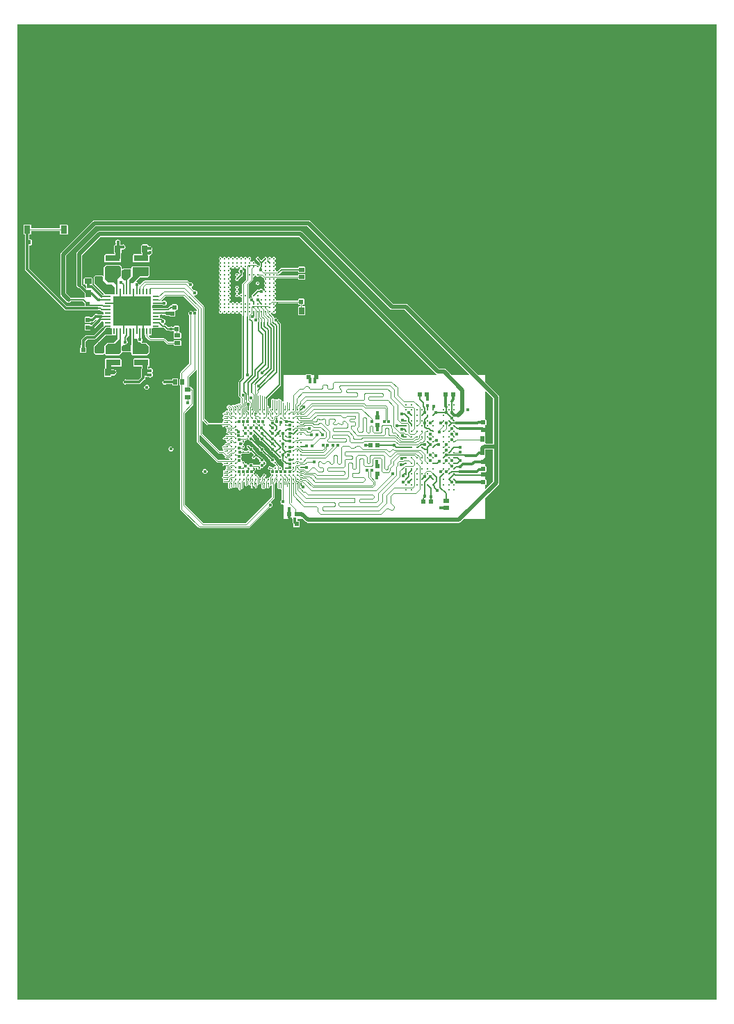
<source format=gtl>
G04 Layer_Physical_Order=1*
G04 Layer_Color=255*
%FSLAX43Y43*%
%MOMM*%
G71*
G01*
G75*
%ADD10R,0.560X0.510*%
%ADD11C,0.230*%
%ADD12R,0.510X0.560*%
%ADD13R,0.640X0.890*%
%ADD14R,1.800X0.800*%
%ADD15R,0.890X0.640*%
%ADD16R,0.750X1.000*%
%ADD17R,0.700X0.510*%
%ADD18R,0.510X0.700*%
%ADD19R,0.200X0.800*%
%ADD20R,4.600X3.600*%
%ADD21R,0.800X0.200*%
%ADD22C,0.300*%
%ADD23C,0.200*%
%ADD24C,0.090*%
%ADD25C,0.300*%
%ADD26C,0.100*%
%ADD27C,0.600*%
%ADD28C,0.175*%
%ADD29C,0.120*%
%ADD30C,0.150*%
%ADD31C,0.500*%
%ADD32C,0.250*%
%ADD33C,0.450*%
%ADD34C,0.130*%
%ADD35C,0.330*%
%ADD36C,0.400*%
%ADD37C,0.600*%
G36*
X85592Y775D02*
X408Y775D01*
Y119450D01*
X85592Y119450D01*
Y775D01*
D02*
G37*
%LPC*%
G36*
X19855Y76408D02*
X19345D01*
X19268Y76377D01*
X19237Y76300D01*
Y76205D01*
X18471D01*
X18467Y76208D01*
X18350Y76231D01*
X18233Y76208D01*
X18134Y76141D01*
X18067Y76042D01*
X18044Y75925D01*
X18067Y75808D01*
X18134Y75709D01*
X18233Y75642D01*
X18350Y75619D01*
X18467Y75642D01*
X18546Y75695D01*
X19237D01*
Y75600D01*
X19268Y75523D01*
X19345Y75492D01*
X19855D01*
X19932Y75523D01*
X19963Y75600D01*
Y76300D01*
X19932Y76377D01*
X19855Y76408D01*
D02*
G37*
G36*
X16150Y75606D02*
X16033Y75583D01*
X15934Y75516D01*
X15867Y75417D01*
X15844Y75300D01*
X15867Y75183D01*
X15934Y75084D01*
X16033Y75017D01*
X16150Y74994D01*
X16267Y75017D01*
X16366Y75084D01*
X16433Y75183D01*
X16456Y75300D01*
X16433Y75417D01*
X16366Y75516D01*
X16267Y75583D01*
X16150Y75606D01*
D02*
G37*
G36*
X19100Y68106D02*
X18983Y68083D01*
X18884Y68016D01*
X18817Y67917D01*
X18794Y67800D01*
X18817Y67683D01*
X18884Y67584D01*
X18983Y67517D01*
X19100Y67494D01*
X19217Y67517D01*
X19316Y67584D01*
X19383Y67683D01*
X19406Y67800D01*
X19383Y67917D01*
X19316Y68016D01*
X19217Y68083D01*
X19100Y68106D01*
D02*
G37*
G36*
X35850Y95632D02*
X9775D01*
X9638Y95605D01*
X9523Y95527D01*
X5723Y91727D01*
X5645Y91612D01*
X5618Y91475D01*
Y86625D01*
X5645Y86488D01*
X5723Y86373D01*
X6373Y85723D01*
X6488Y85645D01*
X6625Y85618D01*
X6762Y85645D01*
X6877Y85723D01*
X6910Y85771D01*
X8391D01*
X8612Y85550D01*
Y85195D01*
X8602Y85180D01*
X6431D01*
X1855Y89756D01*
Y92562D01*
X2030D01*
X2107Y92593D01*
X2138Y92670D01*
Y93230D01*
X2107Y93307D01*
X2030Y93338D01*
X1855D01*
Y93892D01*
X1975D01*
X2052Y93923D01*
X2083Y94000D01*
Y94338D01*
X5567D01*
Y94000D01*
X5598Y93923D01*
X5675Y93892D01*
X6425D01*
X6502Y93923D01*
X6533Y94000D01*
Y95000D01*
X6502Y95077D01*
X6425Y95108D01*
X5675D01*
X5598Y95077D01*
X5567Y95000D01*
Y94662D01*
X2083D01*
Y95000D01*
X2052Y95077D01*
X1975Y95108D01*
X1225D01*
X1148Y95077D01*
X1117Y95000D01*
Y94000D01*
X1148Y93923D01*
X1225Y93892D01*
X1345D01*
Y92950D01*
Y89650D01*
X1365Y89552D01*
X1420Y89470D01*
X6145Y84745D01*
X6227Y84689D01*
X6325Y84670D01*
X10150D01*
X10248Y84689D01*
X10257Y84696D01*
X10441D01*
X10531Y84606D01*
X10531Y84606D01*
X10597Y84562D01*
X10675Y84546D01*
X10798D01*
X10867Y84450D01*
Y84250D01*
X10860Y84236D01*
X10773Y84186D01*
X10675Y84205D01*
X10159D01*
X10117Y84233D01*
X10000Y84256D01*
X9883Y84233D01*
X9784Y84166D01*
X9717Y84067D01*
X9714Y84049D01*
X9438Y83774D01*
X9387Y83777D01*
X9334Y83790D01*
X9307Y83857D01*
X9230Y83888D01*
X8720D01*
X8643Y83857D01*
X8612Y83780D01*
Y83220D01*
X8643Y83143D01*
X8720Y83112D01*
X9230D01*
X9307Y83143D01*
X9338Y83220D01*
Y83245D01*
X9525D01*
X9623Y83265D01*
X9705Y83320D01*
X9997Y83611D01*
X10031Y83608D01*
X10069Y83505D01*
X9496Y82931D01*
X9317D01*
X9307Y82957D01*
X9230Y82988D01*
X8720D01*
X8643Y82957D01*
X8612Y82880D01*
Y82320D01*
X8643Y82243D01*
X8720Y82212D01*
X9230D01*
X9307Y82243D01*
X9317Y82269D01*
X9525D01*
X9652Y82294D01*
X9759Y82366D01*
X9831Y82473D01*
X9849Y82564D01*
X10632Y83346D01*
X10798D01*
X10867Y83250D01*
Y83050D01*
X10898Y82973D01*
X10898Y82927D01*
X10867Y82850D01*
Y82730D01*
X10783Y82647D01*
X10727Y82635D01*
X10645Y82580D01*
X9719Y81655D01*
X8825D01*
X8727Y81635D01*
X8645Y81580D01*
X8245Y81180D01*
X8190Y81098D01*
X8170Y81000D01*
Y80559D01*
X8142Y80517D01*
X8119Y80400D01*
X8137Y80310D01*
X8140Y80278D01*
X8085Y80188D01*
X8068Y80182D01*
X8037Y80105D01*
Y79595D01*
X8068Y79518D01*
X8145Y79487D01*
X8705D01*
X8782Y79518D01*
X8813Y79595D01*
Y80105D01*
X8782Y80182D01*
X8765Y80188D01*
X8710Y80278D01*
X8713Y80310D01*
X8731Y80400D01*
X8708Y80517D01*
X8680Y80559D01*
Y80894D01*
X8931Y81145D01*
X9825D01*
X9923Y81165D01*
X10005Y81220D01*
X11005Y82220D01*
X11061Y82302D01*
X11072Y82358D01*
X11255Y82542D01*
X11775D01*
X11825Y82508D01*
Y82500D01*
X11917D01*
Y81779D01*
X11846Y81708D01*
X11125Y81708D01*
X11125Y81708D01*
X11048Y81677D01*
X11048Y81677D01*
X9748Y80377D01*
X9717Y80300D01*
Y79500D01*
X9717Y79500D01*
X9748Y79423D01*
X9748Y79423D01*
X9848Y79323D01*
X9925Y79292D01*
X10825D01*
X10832Y79295D01*
X10840Y79293D01*
X10870Y79310D01*
X10902Y79323D01*
X10905Y79331D01*
X10912Y79335D01*
X10927Y79356D01*
X11028Y79347D01*
X11041Y79341D01*
X11048Y79323D01*
X11048D01*
X11148Y79223D01*
X11225Y79192D01*
X12725D01*
X12725Y79192D01*
X12802Y79223D01*
X12802Y79223D01*
X12984Y79406D01*
X13027Y79423D01*
X13044Y79466D01*
X13102Y79523D01*
X13108Y79540D01*
X13137Y79600D01*
X13225Y79592D01*
X13282D01*
X13330Y79572D01*
X14220D01*
X14317Y79504D01*
Y79300D01*
X14348Y79223D01*
X14425Y79192D01*
X16125D01*
X16125Y79192D01*
X16202Y79223D01*
X16202Y79223D01*
X16370Y79392D01*
X16400D01*
X16477Y79423D01*
X16508Y79500D01*
Y79575D01*
X16508Y79575D01*
Y80225D01*
X16508Y80225D01*
X16508Y80225D01*
Y80300D01*
X16477Y80377D01*
X16400Y80408D01*
X16370D01*
X16102Y80677D01*
X16025Y80708D01*
X15581D01*
X15519Y80774D01*
X15530Y80876D01*
X15541Y80884D01*
X15608Y80983D01*
X15631Y81100D01*
X15608Y81217D01*
X15541Y81316D01*
X15529Y81325D01*
Y81690D01*
X15533Y81700D01*
Y82500D01*
X15917D01*
Y81700D01*
X15948Y81623D01*
X15963Y81618D01*
Y81550D01*
X16010Y81435D01*
X16435Y81010D01*
X16550Y80963D01*
X18183D01*
X18560Y80585D01*
X18675Y80538D01*
X19442D01*
Y80445D01*
X19473Y80368D01*
X19550Y80337D01*
X20250D01*
X20327Y80368D01*
X20358Y80445D01*
Y80955D01*
X20327Y81032D01*
X20250Y81063D01*
X19550D01*
X19473Y81032D01*
X19442Y80955D01*
Y80862D01*
X18742D01*
X18365Y81240D01*
X18250Y81287D01*
X16617D01*
X16405Y81499D01*
X16406Y81504D01*
X16454Y81592D01*
X16625D01*
X16702Y81623D01*
X16733Y81700D01*
Y82500D01*
X16825D01*
Y82508D01*
X16875Y82542D01*
X17675D01*
X17752Y82573D01*
X17772Y82622D01*
X17876Y82660D01*
X17955Y82581D01*
X17955Y82581D01*
X18021Y82537D01*
X18099Y82521D01*
X18266D01*
X18531Y82256D01*
X18597Y82212D01*
X18675Y82196D01*
X18675Y82196D01*
X18900D01*
X18909Y82184D01*
X19008Y82117D01*
X19125Y82094D01*
X19242Y82117D01*
X19312Y82164D01*
X19406Y82125D01*
X19412Y82120D01*
X19443Y82043D01*
X19463Y82035D01*
X19473Y81932D01*
X19442Y81855D01*
Y81345D01*
X19473Y81268D01*
X19550Y81237D01*
X20250D01*
X20327Y81268D01*
X20358Y81345D01*
Y81855D01*
X20327Y81932D01*
X20250Y81963D01*
X20157D01*
X20115Y82063D01*
X20138Y82120D01*
Y82680D01*
X20107Y82757D01*
X20030Y82788D01*
X19520D01*
X19443Y82757D01*
X19412Y82680D01*
X19406Y82675D01*
X19312Y82636D01*
X19242Y82683D01*
X19125Y82706D01*
X19008Y82683D01*
X18909Y82616D01*
X18900Y82604D01*
X18759D01*
X18494Y82869D01*
X18428Y82913D01*
X18350Y82929D01*
X18267D01*
X18257Y82943D01*
X18254Y82960D01*
X18285Y83071D01*
X18341Y83109D01*
X18408Y83208D01*
X18431Y83325D01*
X18408Y83442D01*
X18341Y83541D01*
X18242Y83608D01*
X18125Y83631D01*
X18110Y83628D01*
X18044Y83694D01*
X17978Y83738D01*
X17900Y83754D01*
X17852D01*
X17783Y83850D01*
Y84050D01*
X17852Y84146D01*
X17995D01*
X18047Y84112D01*
X18125Y84096D01*
X18370D01*
X18391Y84066D01*
X18498Y83994D01*
X18625Y83969D01*
X18923D01*
X18943Y83918D01*
X19020Y83887D01*
X19530D01*
X19607Y83918D01*
X19638Y83995D01*
Y84555D01*
X19625Y84587D01*
X19682Y84687D01*
X19805D01*
X19882Y84718D01*
X19913Y84795D01*
Y85305D01*
X19882Y85382D01*
X19805Y85413D01*
X19245D01*
X19168Y85382D01*
X19137Y85305D01*
X19075Y85254D01*
X18997Y85238D01*
X18931Y85194D01*
X18931Y85194D01*
X18691Y84954D01*
X17685D01*
X17675Y84958D01*
X16875D01*
X16825Y84992D01*
Y85308D01*
X16875Y85342D01*
X17675D01*
X17685Y85346D01*
X18050D01*
X18059Y85334D01*
X18158Y85267D01*
X18275Y85244D01*
X18392Y85267D01*
X18491Y85334D01*
X18558Y85433D01*
X18581Y85550D01*
X18558Y85667D01*
X18491Y85766D01*
X18392Y85833D01*
X18275Y85856D01*
X18158Y85833D01*
X18059Y85766D01*
X18050Y85754D01*
X17948D01*
X17923Y85788D01*
X17909Y85854D01*
X18392Y86338D01*
X20658D01*
X22238Y84758D01*
Y84622D01*
X22138Y84569D01*
X22117Y84583D01*
X22000Y84606D01*
X21883Y84583D01*
X21820Y84541D01*
X21750Y84524D01*
X21680Y84541D01*
X21617Y84583D01*
X21500Y84606D01*
X21383Y84583D01*
X21284Y84516D01*
X21217Y84417D01*
X21194Y84300D01*
X21217Y84183D01*
X21284Y84084D01*
X21338Y84048D01*
Y78217D01*
X20285Y77165D01*
X20238Y77050D01*
Y76405D01*
X20168Y76377D01*
X20137Y76300D01*
Y75600D01*
X20168Y75523D01*
X20238Y75495D01*
Y60500D01*
X20285Y60385D01*
X22435Y58235D01*
X22550Y58188D01*
X28575D01*
X28690Y58235D01*
X31136Y60682D01*
X31200Y60669D01*
X31317Y60692D01*
X31416Y60759D01*
X31483Y60858D01*
X31506Y60975D01*
X31483Y61092D01*
X31416Y61191D01*
X31317Y61258D01*
X31306Y61260D01*
X31273Y61368D01*
X31690Y61785D01*
X31737Y61900D01*
X31732Y61913D01*
Y63532D01*
X31764Y63554D01*
X31875Y63600D01*
X31981Y63705D01*
X32073Y63667D01*
Y63055D01*
X32119Y62944D01*
X32230Y62898D01*
X32341Y62944D01*
X32435Y62910D01*
X32475Y62893D01*
X32480Y62895D01*
X32563Y62840D01*
Y61628D01*
X32509Y61591D01*
X32442Y61492D01*
X32419Y61375D01*
X32442Y61258D01*
X32509Y61159D01*
X32608Y61092D01*
X32725Y61069D01*
X32748Y61074D01*
X32825Y61010D01*
Y59275D01*
X33874D01*
X33894Y59250D01*
X33917Y59133D01*
X33945Y59091D01*
Y58850D01*
X33965Y58752D01*
X34020Y58670D01*
X34037Y58653D01*
Y58370D01*
X34068Y58293D01*
X34145Y58262D01*
X34655D01*
X34732Y58293D01*
X34763Y58370D01*
Y58930D01*
X34732Y59007D01*
X34655Y59038D01*
X34540D01*
X34483Y59132D01*
X34484Y59138D01*
X34506Y59250D01*
X34526Y59275D01*
X35170D01*
X35548Y58898D01*
X35663Y58820D01*
X35800Y58793D01*
X54175D01*
X54312Y58820D01*
X54427Y58898D01*
X54805Y59275D01*
X57275D01*
X57325Y59275D01*
X57350Y59250D01*
X57375Y59275D01*
X57375Y59354D01*
Y61845D01*
X58952Y63423D01*
X59030Y63538D01*
X59057Y63675D01*
Y68100D01*
Y74100D01*
X59030Y74237D01*
X58952Y74352D01*
X57375Y75930D01*
Y76775D01*
X56530D01*
X47952Y85352D01*
X47837Y85430D01*
X47700Y85457D01*
X46173D01*
X36102Y95527D01*
X35987Y95605D01*
X35850Y95632D01*
D02*
G37*
G36*
X12950Y78808D02*
X11150D01*
X11073Y78777D01*
X11042Y78700D01*
Y77900D01*
X11042Y77899D01*
Y77627D01*
X11028Y77622D01*
X10997Y77545D01*
Y76655D01*
X11028Y76578D01*
X11105Y76547D01*
X11745D01*
X11822Y76578D01*
X11853Y76655D01*
Y76743D01*
X12125D01*
X12262Y76770D01*
X12377Y76848D01*
X12455Y76963D01*
X12482Y77100D01*
X12455Y77237D01*
X12377Y77352D01*
X12262Y77430D01*
X12125Y77457D01*
X11858D01*
Y77792D01*
X12950D01*
X13027Y77823D01*
X13058Y77900D01*
Y78700D01*
X13027Y78777D01*
X12950Y78808D01*
D02*
G37*
G36*
X16400Y78808D02*
X14600D01*
X14523Y78777D01*
X14492Y78700D01*
Y77900D01*
X14523Y77823D01*
X14600Y77792D01*
X15517D01*
Y77594D01*
X15497Y77545D01*
Y77021D01*
X15465Y76973D01*
X15445Y76875D01*
Y76531D01*
X15119Y76205D01*
X13709D01*
X13667Y76233D01*
X13550Y76256D01*
X13433Y76233D01*
X13334Y76166D01*
X13267Y76067D01*
X13244Y75950D01*
X13267Y75833D01*
X13334Y75734D01*
X13433Y75667D01*
X13550Y75644D01*
X13667Y75667D01*
X13709Y75695D01*
X15225D01*
X15323Y75715D01*
X15405Y75770D01*
X15880Y76245D01*
X15935Y76327D01*
X15955Y76425D01*
Y76547D01*
X16217D01*
X16225Y76545D01*
X16441D01*
X16483Y76517D01*
X16600Y76494D01*
X16717Y76517D01*
X16816Y76584D01*
X16883Y76683D01*
X16906Y76800D01*
X16883Y76917D01*
X16818Y77014D01*
X16803Y77039D01*
Y77111D01*
X16818Y77136D01*
X16883Y77233D01*
X16906Y77350D01*
X16883Y77467D01*
X16816Y77566D01*
X16717Y77633D01*
X16600Y77656D01*
X16483Y77633D01*
X16441Y77605D01*
X16333D01*
Y77792D01*
X16400D01*
X16477Y77823D01*
X16508Y77900D01*
Y78700D01*
X16477Y78777D01*
X16400Y78808D01*
D02*
G37*
%LPD*%
G36*
X23514Y70714D02*
X23625Y70668D01*
X25317D01*
X25372Y70585D01*
X25368Y70575D01*
X25414Y70464D01*
X25525Y70418D01*
X25751D01*
X25823Y70330D01*
X25869Y70219D01*
X25907Y70203D01*
X25914Y70101D01*
X25914Y70101D01*
X25868Y69990D01*
X25888Y69941D01*
X25864Y69931D01*
X25818Y69820D01*
X25864Y69709D01*
X25975Y69663D01*
X26040D01*
X26129Y69574D01*
X26090Y69482D01*
X25825D01*
X25714Y69436D01*
X25668Y69325D01*
X25672Y69315D01*
X25617Y69232D01*
X25550D01*
X25439Y69186D01*
X25393Y69075D01*
X25439Y68964D01*
X25550Y68918D01*
X25715D01*
X25770Y68835D01*
X25768Y68830D01*
X25814Y68719D01*
X25863Y68699D01*
X25889Y68601D01*
X25843Y68490D01*
X25834Y68477D01*
X25745D01*
X25634Y68431D01*
X25588Y68320D01*
X25590Y68315D01*
X25535Y68232D01*
X25475D01*
X25364Y68186D01*
X25318Y68075D01*
X25364Y67964D01*
X25357Y67859D01*
X25343Y67825D01*
X25389Y67714D01*
X25419Y67702D01*
X25440Y67650D01*
X25381Y67555D01*
X25025D01*
X22887Y69692D01*
Y71199D01*
X22987Y71241D01*
X23514Y70714D01*
D02*
G37*
G36*
X58343Y73952D02*
Y68457D01*
X57421D01*
X57385Y68557D01*
X57413Y68625D01*
Y69325D01*
X57382Y69402D01*
X57375Y69404D01*
Y70687D01*
X57405D01*
X57482Y70719D01*
X57513Y70795D01*
Y71305D01*
X57482Y71382D01*
X57405Y71413D01*
X57375D01*
Y74790D01*
X57467Y74828D01*
X58343Y73952D01*
D02*
G37*
G36*
X29618Y69311D02*
X29622Y69291D01*
X29670Y69220D01*
X29741Y69172D01*
X29761Y69168D01*
X29871Y69059D01*
X29869Y69050D01*
X29892Y68933D01*
X29959Y68834D01*
X30058Y68767D01*
X30175Y68744D01*
X30184Y68746D01*
X30268Y68661D01*
X30272Y68641D01*
X30320Y68570D01*
X30391Y68522D01*
X30411Y68518D01*
X30918Y68011D01*
X30922Y67991D01*
X30970Y67920D01*
X31041Y67872D01*
X31061Y67868D01*
X31171Y67759D01*
X31169Y67750D01*
X31192Y67633D01*
X31259Y67534D01*
X31358Y67467D01*
X31475Y67444D01*
X31484Y67446D01*
X31568Y67361D01*
X31572Y67341D01*
X31620Y67270D01*
X31691Y67222D01*
X31711Y67218D01*
X32218Y66711D01*
X32222Y66691D01*
X32270Y66620D01*
X32341Y66572D01*
X32425Y66556D01*
X32484Y66567D01*
X32559Y66525D01*
X32584Y66502D01*
Y66425D01*
X32598Y66352D01*
X32640Y66290D01*
X32825Y66105D01*
Y65261D01*
X32795Y65241D01*
X32730Y65225D01*
X32638Y65265D01*
X32616Y65369D01*
X32618Y65377D01*
X32628Y65391D01*
X32644Y65475D01*
X32628Y65559D01*
X32580Y65630D01*
X32509Y65678D01*
X32425Y65694D01*
X32412Y65692D01*
X32312Y65750D01*
X32265Y65865D01*
X31992Y66138D01*
X31978Y66209D01*
X31930Y66280D01*
X31859Y66328D01*
X31858Y66328D01*
X31779Y66439D01*
X31781Y66450D01*
X31758Y66567D01*
X31691Y66666D01*
X31592Y66733D01*
X31475Y66756D01*
X31425Y66746D01*
X31332Y66839D01*
X31328Y66859D01*
X31280Y66930D01*
X31209Y66978D01*
X31189Y66982D01*
X30682Y67489D01*
X30678Y67509D01*
X30630Y67580D01*
X30559Y67628D01*
X30539Y67632D01*
X30471Y67700D01*
X30481Y67750D01*
X30458Y67867D01*
X30391Y67966D01*
X30292Y68033D01*
X30175Y68056D01*
X30125Y68046D01*
X30032Y68139D01*
X30028Y68159D01*
X29980Y68230D01*
X29909Y68278D01*
X29889Y68282D01*
X29382Y68789D01*
X29378Y68809D01*
X29330Y68880D01*
X29259Y68928D01*
X29239Y68932D01*
X29150Y69020D01*
X29156Y69050D01*
X29133Y69167D01*
X29066Y69266D01*
X29031Y69290D01*
Y69410D01*
X29066Y69434D01*
X29133Y69533D01*
X29153Y69635D01*
X29200Y69663D01*
X29252Y69677D01*
X29618Y69311D01*
D02*
G37*
G36*
X58343Y63823D02*
X57467Y62947D01*
X57375Y62985D01*
Y63412D01*
X57405D01*
X57482Y63444D01*
X57513Y63520D01*
Y64030D01*
X57482Y64107D01*
X57405Y64138D01*
X57375D01*
Y64987D01*
X57405D01*
X57482Y65019D01*
X57513Y65095D01*
Y65605D01*
X57482Y65682D01*
X57405Y65713D01*
X57375D01*
Y66941D01*
X57382Y66944D01*
X57413Y67020D01*
Y67580D01*
X57407Y67596D01*
Y67743D01*
X58343D01*
Y63823D01*
D02*
G37*
G36*
X22150Y77383D02*
X22238Y77360D01*
Y68675D01*
X22285Y68560D01*
X22298Y68555D01*
X24639Y66214D01*
X24750Y66168D01*
X25317D01*
X25372Y66085D01*
X25368Y66075D01*
X25414Y65964D01*
X25422Y65852D01*
X25413Y65830D01*
X25459Y65719D01*
X25570Y65673D01*
X25755D01*
X25802Y65573D01*
X25768Y65490D01*
X25792Y65432D01*
X25789Y65431D01*
X25743Y65320D01*
X25745Y65315D01*
X25690Y65232D01*
X25600D01*
X25489Y65186D01*
X25443Y65075D01*
X25456Y65044D01*
X25469Y64941D01*
X25423Y64830D01*
X25469Y64719D01*
X25460Y64615D01*
X25443Y64575D01*
X25480Y64487D01*
X25369Y64441D01*
X25323Y64330D01*
X25369Y64219D01*
X25462Y64181D01*
X25418Y64075D01*
X25464Y63964D01*
X25438Y63866D01*
X25423Y63830D01*
X25469Y63719D01*
X25580Y63673D01*
X26068D01*
Y63075D01*
X26114Y62964D01*
X26225Y62918D01*
X26336Y62964D01*
X26346Y62988D01*
X26474Y63043D01*
X26475Y63043D01*
X26586Y63089D01*
X26694Y63088D01*
X26730Y63073D01*
X26758Y63085D01*
X26864Y63089D01*
X26975Y63043D01*
X27018Y63061D01*
X27100Y63085D01*
X27182Y63061D01*
X27225Y63043D01*
X27235Y63047D01*
X27318Y62992D01*
Y62925D01*
X27364Y62814D01*
X27475Y62768D01*
X27586Y62814D01*
X27600Y62848D01*
X27724Y62900D01*
X27730Y62898D01*
X27841Y62944D01*
X27887Y63055D01*
Y63765D01*
X27968Y63846D01*
X27993Y63842D01*
X28068Y63772D01*
Y63450D01*
X28114Y63339D01*
X28225Y63293D01*
X28336Y63339D01*
X28355Y63385D01*
X28395Y63368D01*
X28506Y63414D01*
X28508Y63420D01*
X28617D01*
X28619Y63414D01*
X28730Y63368D01*
X28735Y63370D01*
X28818Y63315D01*
Y63150D01*
X28864Y63039D01*
X28975Y62993D01*
X29086Y63039D01*
X29132Y63150D01*
Y63217D01*
X29215Y63272D01*
X29225Y63268D01*
X29235Y63272D01*
X29307Y63224D01*
X29319Y63199D01*
X29364Y63089D01*
X29475Y63043D01*
X29586Y63089D01*
X29632Y63200D01*
Y63351D01*
X29720Y63423D01*
X29831Y63469D01*
X29847Y63507D01*
X29949Y63514D01*
X29949Y63514D01*
X30060Y63468D01*
X30073Y63473D01*
X30119Y63363D01*
X30143Y63339D01*
Y63100D01*
X30189Y62989D01*
X30300Y62943D01*
X30362Y62969D01*
X30364Y62964D01*
X30475Y62918D01*
X30586Y62964D01*
X30700Y62978D01*
X30725Y62968D01*
X30836Y63014D01*
X30841Y63026D01*
X30864Y63039D01*
X30975Y62993D01*
X31086Y63039D01*
X31132Y63150D01*
Y63263D01*
X31215Y63319D01*
X31220Y63317D01*
X31318Y63357D01*
X31418Y63319D01*
Y61973D01*
X28208Y58762D01*
X23092D01*
X20787Y61067D01*
Y72183D01*
X21790Y73185D01*
X21837Y73300D01*
Y75000D01*
X21790Y75115D01*
X21675Y75162D01*
X21633D01*
Y75255D01*
X21602Y75332D01*
X21525Y75363D01*
X21337D01*
Y76583D01*
X22138Y77383D01*
X22150Y77383D01*
D02*
G37*
G36*
X28968Y67361D02*
X28972Y67341D01*
X29020Y67270D01*
X29091Y67222D01*
X29111Y67218D01*
X29180Y67150D01*
Y67050D01*
X29111Y66982D01*
X29091Y66978D01*
X29020Y66930D01*
X28972Y66859D01*
X28956Y66775D01*
X28972Y66691D01*
X29020Y66620D01*
X29091Y66572D01*
X29175Y66556D01*
X29259Y66572D01*
X29330Y66620D01*
X29378Y66691D01*
X29382Y66711D01*
X29500Y66830D01*
X29590Y66740D01*
X29590Y66740D01*
X29618Y66711D01*
X29622Y66691D01*
X29670Y66620D01*
X29741Y66572D01*
X29786Y66564D01*
X29874Y66475D01*
X29869Y66450D01*
X29892Y66333D01*
X29959Y66234D01*
X30038Y66181D01*
X30047Y66136D01*
Y66114D01*
X30038Y66069D01*
X29959Y66016D01*
X29903Y65933D01*
X29886Y65915D01*
X29784Y65883D01*
X29725Y65907D01*
X29135D01*
X29133Y65917D01*
X29066Y66016D01*
X28967Y66083D01*
X28850Y66106D01*
X28733Y66083D01*
X28634Y66016D01*
X28567Y65917D01*
X28567Y65916D01*
X28462Y65898D01*
X28416Y65966D01*
X28317Y66033D01*
X28200Y66056D01*
X28163Y66049D01*
X28093Y66119D01*
X28094Y66125D01*
X28078Y66209D01*
X28030Y66280D01*
X27959Y66328D01*
X27875Y66344D01*
X27791Y66328D01*
X27704Y66389D01*
X27706Y66400D01*
X27683Y66517D01*
X27641Y66580D01*
X27624Y66650D01*
X27641Y66720D01*
X27683Y66783D01*
X27706Y66900D01*
X27683Y67017D01*
X27667Y67040D01*
X27617Y67117D01*
X27693Y67168D01*
X27716Y67184D01*
X27739Y67218D01*
X27813D01*
X27875Y67206D01*
X27937Y67218D01*
X28463D01*
X28525Y67206D01*
X28609Y67222D01*
X28647Y67248D01*
X28686Y67264D01*
X28702Y67303D01*
X28728Y67341D01*
X28732Y67366D01*
X28834Y67447D01*
X28850Y67444D01*
X28880Y67450D01*
X28968Y67361D01*
D02*
G37*
G36*
X24843Y67278D02*
X24958Y67230D01*
X25398D01*
X25695Y66933D01*
X25694Y66931D01*
X25648Y66820D01*
X25694Y66709D01*
X25805Y66663D01*
X26165D01*
X26246Y66582D01*
X26242Y66557D01*
X26172Y66482D01*
X24815D01*
X22562Y68735D01*
Y69417D01*
X22662Y69458D01*
X24843Y67278D01*
D02*
G37*
G36*
X28564Y68951D02*
X28567Y68933D01*
X28634Y68834D01*
X28733Y68767D01*
X28850Y68744D01*
X28880Y68750D01*
X28968Y68661D01*
X28972Y68641D01*
X29020Y68570D01*
X29091Y68522D01*
X29111Y68518D01*
X29618Y68011D01*
X29622Y67991D01*
X29670Y67920D01*
X29741Y67872D01*
X29761Y67868D01*
X29871Y67759D01*
X29869Y67750D01*
X29892Y67633D01*
X29959Y67534D01*
X30058Y67467D01*
X30175Y67444D01*
X30184Y67446D01*
X30268Y67361D01*
X30272Y67341D01*
X30320Y67270D01*
X30391Y67222D01*
X30411Y67218D01*
X30918Y66711D01*
X30922Y66691D01*
X30970Y66620D01*
X31041Y66572D01*
X31061Y66568D01*
X31171Y66459D01*
X31169Y66450D01*
X31192Y66333D01*
X31259Y66234D01*
X31358Y66167D01*
X31475Y66144D01*
X31569Y66061D01*
X31572Y66041D01*
X31620Y65970D01*
X31691Y65922D01*
X31762Y65908D01*
X31877Y65794D01*
X31873Y65775D01*
X31775Y65694D01*
X31691Y65678D01*
X31620Y65630D01*
X31598Y65598D01*
X31542Y65559D01*
X31470Y65558D01*
X31400Y65587D01*
X31309D01*
X31280Y65630D01*
X31209Y65678D01*
X31125Y65694D01*
X31041Y65678D01*
X30970Y65630D01*
X30922Y65559D01*
X30906Y65475D01*
X30922Y65391D01*
X30970Y65320D01*
X31041Y65272D01*
X31125Y65256D01*
X31170Y65265D01*
X31171Y65264D01*
X31175Y65262D01*
X31223Y65163D01*
X31192Y65117D01*
X31169Y65000D01*
X31192Y64883D01*
X31259Y64784D01*
X31272Y64659D01*
X31256Y64578D01*
X31109Y64431D01*
X31083Y64367D01*
X31063Y64320D01*
X30975Y64294D01*
X30891Y64278D01*
X30820Y64230D01*
X30778Y64167D01*
X30725Y64162D01*
X30672Y64167D01*
X30630Y64230D01*
X30567Y64272D01*
X30562Y64325D01*
X30567Y64378D01*
X30630Y64420D01*
X30678Y64491D01*
X30694Y64575D01*
X30678Y64659D01*
X30630Y64730D01*
X30559Y64778D01*
X30475Y64794D01*
X30391Y64778D01*
X30320Y64730D01*
X30272Y64659D01*
X30256Y64578D01*
X30119Y64441D01*
X30073Y64330D01*
X29975Y64294D01*
X29877Y64330D01*
X29831Y64441D01*
X29694Y64578D01*
X29678Y64659D01*
X29630Y64730D01*
X29559Y64778D01*
X29475Y64794D01*
X29391Y64778D01*
X29320Y64730D01*
X29192Y64711D01*
X29163Y64733D01*
X29166Y64809D01*
X29233Y64908D01*
X29256Y65025D01*
X29250Y65055D01*
X29360Y65165D01*
X29402Y65227D01*
X29416Y65300D01*
Y65425D01*
X29403Y65491D01*
X29412Y65504D01*
X29470Y65572D01*
X29547Y65566D01*
X29608Y65485D01*
X29606Y65475D01*
X29622Y65391D01*
X29670Y65320D01*
X29741Y65272D01*
X29825Y65256D01*
X29909Y65272D01*
X29947Y65298D01*
X29986Y65314D01*
X30002Y65353D01*
X30028Y65391D01*
X30034Y65422D01*
X30126Y65497D01*
X30141Y65501D01*
X30175Y65494D01*
X30292Y65517D01*
X30391Y65584D01*
X30458Y65683D01*
X30468Y65734D01*
X30664Y65931D01*
X30708Y65997D01*
X30724Y66075D01*
X30724Y66075D01*
Y66080D01*
X30708Y66158D01*
X30679Y66202D01*
X30678Y66209D01*
X30630Y66280D01*
X30559Y66328D01*
X30558Y66328D01*
X30479Y66439D01*
X30481Y66450D01*
X30458Y66567D01*
X30391Y66666D01*
X30292Y66733D01*
X30175Y66756D01*
X30141Y66749D01*
X30020Y66871D01*
X29980Y66930D01*
X29909Y66978D01*
X29889Y66982D01*
X29382Y67489D01*
X29378Y67509D01*
X29330Y67580D01*
X29259Y67628D01*
X29239Y67632D01*
X29150Y67720D01*
X29156Y67750D01*
X29133Y67867D01*
X29066Y67966D01*
X28967Y68033D01*
X28850Y68056D01*
X28820Y68050D01*
X28732Y68139D01*
X28728Y68159D01*
X28680Y68230D01*
X28609Y68278D01*
X28525Y68294D01*
X28441Y68278D01*
X28370Y68230D01*
X28322Y68159D01*
X28306Y68075D01*
X28322Y67991D01*
X28370Y67920D01*
X28441Y67872D01*
X28461Y67868D01*
X28550Y67780D01*
X28544Y67750D01*
X28547Y67734D01*
X28466Y67632D01*
X28441Y67628D01*
X28370Y67580D01*
X28338Y67532D01*
X28062D01*
X28030Y67580D01*
X27959Y67628D01*
X27875Y67644D01*
X27791Y67628D01*
X27787Y67629D01*
X27758Y67696D01*
X27784Y67743D01*
X27800D01*
X27911Y67789D01*
X28036Y67914D01*
X28052Y67953D01*
X28078Y67991D01*
X28094Y68075D01*
X28078Y68159D01*
X28030Y68230D01*
X27959Y68278D01*
X27954Y68279D01*
X27898Y68362D01*
X27906Y68400D01*
X27900Y68428D01*
X27993Y68521D01*
X28036Y68539D01*
X28082Y68650D01*
Y68663D01*
X28094Y68725D01*
X28086Y68768D01*
X28149Y68868D01*
X28275D01*
X28386Y68914D01*
X28455Y68983D01*
X28564Y68951D01*
D02*
G37*
G36*
X45773Y84848D02*
X45888Y84770D01*
X46025Y84743D01*
X47552D01*
X55428Y76867D01*
X55390Y76775D01*
X53280D01*
X52602Y77452D01*
X52487Y77530D01*
X52350Y77557D01*
X51773D01*
X35127Y94202D01*
X35012Y94280D01*
X34875Y94307D01*
X10375D01*
X10238Y94280D01*
X10123Y94202D01*
X7698Y91777D01*
X7620Y91662D01*
X7593Y91525D01*
Y87750D01*
X7620Y87613D01*
X7698Y87498D01*
X7813Y87420D01*
X7945Y87394D01*
X8572Y86768D01*
Y86262D01*
X8570Y86253D01*
X8497Y86175D01*
X8475Y86179D01*
X6910D01*
X6877Y86227D01*
X6332Y86773D01*
Y91327D01*
X9923Y94918D01*
X35702D01*
X45773Y84848D01*
D02*
G37*
G36*
X16375Y89900D02*
X16375Y88950D01*
X16225Y88800D01*
X15325D01*
X14525Y88000D01*
X14125Y88000D01*
X14025Y88100D01*
X14025Y88400D01*
X14425Y88800D01*
X14425Y89900D01*
X16375Y89900D01*
D02*
G37*
G36*
X13025Y89900D02*
Y89520D01*
X13017Y89500D01*
Y88892D01*
X12625Y88500D01*
Y87800D01*
X12600Y87775D01*
X12425Y87775D01*
X12100Y88100D01*
X11425Y88100D01*
X11025Y88500D01*
Y89900D01*
X11225Y90100D01*
X12825D01*
X13025Y89900D01*
D02*
G37*
G36*
X14225Y88800D02*
X13725Y88300D01*
X13425D01*
X13125Y88600D01*
Y89500D01*
X13225Y89600D01*
X14225D01*
Y88800D01*
D02*
G37*
G36*
X51373Y76948D02*
X51481Y76875D01*
X51482Y76868D01*
X51422Y76775D01*
X36263D01*
Y76805D01*
X36232Y76882D01*
X36155Y76913D01*
X35645D01*
X35568Y76882D01*
X35537Y76805D01*
Y76775D01*
X32825D01*
X32825Y76775D01*
Y73606D01*
X32742Y73550D01*
X32725Y73557D01*
X32715Y73553D01*
X32632Y73608D01*
Y73650D01*
X32586Y73761D01*
X32475Y73807D01*
X32474Y73807D01*
X32346Y73862D01*
X32336Y73886D01*
X32225Y73932D01*
X32114Y73886D01*
X32085Y73817D01*
X31975Y73862D01*
X31939Y73847D01*
X31840Y73840D01*
X31725Y73887D01*
X31694Y73875D01*
X31586Y73886D01*
X31543Y73904D01*
X31543Y73904D01*
X31527Y73910D01*
X31475Y73932D01*
X31364Y73886D01*
X31318Y73775D01*
Y72860D01*
X31235Y72805D01*
X31230Y72807D01*
X31147Y72773D01*
X31047Y72820D01*
Y72925D01*
X31001Y73036D01*
X30890Y73082D01*
X30877Y73091D01*
Y73939D01*
X32469Y75531D01*
X32505Y75586D01*
X32518Y75650D01*
X32518Y75650D01*
Y82950D01*
X32505Y83014D01*
X32469Y83069D01*
X32145Y83393D01*
X32156Y83450D01*
X32133Y83567D01*
X32066Y83666D01*
X31967Y83733D01*
X31850Y83756D01*
X31757Y83737D01*
X31683Y83773D01*
X31652Y83799D01*
X31611Y83897D01*
X31290Y84217D01*
X31300Y84317D01*
X31305Y84320D01*
X31347Y84383D01*
X31400Y84388D01*
X31453Y84383D01*
X31495Y84320D01*
X31566Y84272D01*
X31650Y84256D01*
X31734Y84272D01*
X31805Y84320D01*
X31853Y84391D01*
X31869Y84475D01*
X31853Y84559D01*
X31805Y84630D01*
X31742Y84672D01*
X31737Y84725D01*
X31742Y84778D01*
X31805Y84820D01*
X31853Y84891D01*
X31869Y84975D01*
X31853Y85059D01*
X31805Y85130D01*
X31742Y85172D01*
X31737Y85225D01*
X31742Y85278D01*
X31805Y85320D01*
X31853Y85391D01*
X31869Y85475D01*
X31953Y85568D01*
X32137D01*
X32150Y85563D01*
X34612D01*
Y85445D01*
X34643Y85368D01*
X34720Y85337D01*
X34813D01*
Y85178D01*
X34730D01*
X34653Y85147D01*
X34622Y85070D01*
Y84180D01*
X34653Y84103D01*
X34730Y84072D01*
X35370D01*
X35447Y84103D01*
X35478Y84180D01*
Y85070D01*
X35447Y85147D01*
X35370Y85178D01*
X35137D01*
Y85337D01*
X35230D01*
X35307Y85368D01*
X35338Y85445D01*
Y86005D01*
X35307Y86082D01*
X35230Y86113D01*
X34720D01*
X34643Y86082D01*
X34612Y86005D01*
Y85887D01*
X32150D01*
X32137Y85882D01*
X31953D01*
X31869Y85975D01*
X31853Y86059D01*
X31805Y86130D01*
X31742Y86172D01*
X31737Y86225D01*
X31742Y86278D01*
X31805Y86320D01*
X31853Y86391D01*
X31869Y86475D01*
X31853Y86559D01*
X31805Y86630D01*
X31742Y86672D01*
X31737Y86725D01*
X31742Y86778D01*
X31805Y86820D01*
X31853Y86891D01*
X31869Y86975D01*
X31853Y87059D01*
X31805Y87130D01*
X31742Y87172D01*
X31737Y87225D01*
X31742Y87278D01*
X31805Y87320D01*
X31853Y87391D01*
X31869Y87475D01*
X31853Y87559D01*
X31805Y87630D01*
X31742Y87672D01*
X31737Y87725D01*
X31742Y87778D01*
X31805Y87820D01*
X31853Y87891D01*
X31869Y87975D01*
X31853Y88059D01*
X31805Y88130D01*
X31742Y88172D01*
X31737Y88225D01*
X31742Y88278D01*
X31805Y88320D01*
X31853Y88391D01*
X31869Y88475D01*
X31953Y88568D01*
X31973D01*
X31985Y88563D01*
X34567D01*
Y88470D01*
X34598Y88393D01*
X34675Y88362D01*
X35375D01*
X35452Y88393D01*
X35483Y88470D01*
Y88980D01*
X35452Y89057D01*
X35375Y89088D01*
X34675D01*
X34598Y89057D01*
X34567Y88980D01*
Y88887D01*
X31992D01*
X31980Y88892D01*
X31932D01*
X31868Y88970D01*
X31869Y88975D01*
X31953Y89068D01*
X32047D01*
X32077Y89048D01*
X32150Y89034D01*
X32223Y89048D01*
X32285Y89090D01*
X32629Y89434D01*
X34567D01*
Y89370D01*
X34598Y89293D01*
X34675Y89262D01*
X35375D01*
X35452Y89293D01*
X35483Y89370D01*
Y89880D01*
X35452Y89957D01*
X35375Y89988D01*
X34675D01*
X34598Y89957D01*
X34567Y89880D01*
Y89816D01*
X32550D01*
X32477Y89802D01*
X32415Y89760D01*
X32047Y89392D01*
X31942Y89394D01*
X31869Y89475D01*
X31853Y89559D01*
X31805Y89630D01*
X31742Y89672D01*
X31737Y89725D01*
X31742Y89778D01*
X31805Y89820D01*
X31853Y89891D01*
X31869Y89975D01*
X31853Y90059D01*
X31805Y90130D01*
X31742Y90172D01*
X31737Y90225D01*
X31742Y90278D01*
X31805Y90320D01*
X31853Y90391D01*
X31869Y90475D01*
X31853Y90559D01*
X31805Y90630D01*
X31742Y90672D01*
X31737Y90725D01*
X31742Y90778D01*
X31805Y90820D01*
X31853Y90891D01*
X31869Y90975D01*
X31853Y91059D01*
X31805Y91130D01*
X31734Y91178D01*
X31650Y91194D01*
X31566Y91178D01*
X31495Y91130D01*
X31453Y91067D01*
X31400Y91062D01*
X31347Y91067D01*
X31305Y91130D01*
X31234Y91178D01*
X31150Y91194D01*
X31066Y91178D01*
X30995Y91130D01*
X30953Y91067D01*
X30900Y91062D01*
X30847Y91067D01*
X30805Y91130D01*
X30734Y91178D01*
X30650Y91194D01*
X30566Y91178D01*
X30495Y91130D01*
X30447Y91059D01*
X30444Y91039D01*
X30150Y90745D01*
X29857Y91039D01*
X29853Y91059D01*
X29805Y91130D01*
X29734Y91178D01*
X29650Y91194D01*
X29566Y91178D01*
X29495Y91130D01*
X29447Y91059D01*
X29431Y90975D01*
X29447Y90891D01*
X29495Y90820D01*
X29566Y90772D01*
X29586Y90768D01*
X29943Y90411D01*
X29947Y90391D01*
X29959Y90374D01*
Y90135D01*
X29928Y90109D01*
X29814Y90117D01*
X29805Y90130D01*
X29734Y90178D01*
X29653Y90194D01*
X29521Y90326D01*
X29410Y90372D01*
X29369Y90472D01*
X29369Y90475D01*
X29353Y90559D01*
X29305Y90630D01*
X29234Y90678D01*
X29150Y90694D01*
X29066Y90678D01*
X28995Y90630D01*
X28953Y90567D01*
X28900Y90562D01*
X28847Y90567D01*
X28805Y90630D01*
X28742Y90672D01*
X28737Y90725D01*
X28742Y90778D01*
X28805Y90820D01*
X28853Y90891D01*
X28869Y90975D01*
X28853Y91059D01*
X28805Y91130D01*
X28734Y91178D01*
X28650Y91194D01*
X28566Y91178D01*
X28495Y91130D01*
X28453Y91067D01*
X28400Y91062D01*
X28347Y91067D01*
X28305Y91130D01*
X28234Y91178D01*
X28150Y91194D01*
X28066Y91178D01*
X27995Y91130D01*
X27953Y91067D01*
X27900Y91062D01*
X27847Y91067D01*
X27805Y91130D01*
X27734Y91178D01*
X27650Y91194D01*
X27566Y91178D01*
X27495Y91130D01*
X27453Y91067D01*
X27400Y91062D01*
X27347Y91067D01*
X27305Y91130D01*
X27234Y91178D01*
X27150Y91194D01*
X27066Y91178D01*
X26995Y91130D01*
X26953Y91067D01*
X26900Y91062D01*
X26847Y91067D01*
X26805Y91130D01*
X26734Y91178D01*
X26650Y91194D01*
X26566Y91178D01*
X26495Y91130D01*
X26453Y91067D01*
X26400Y91062D01*
X26347Y91067D01*
X26305Y91130D01*
X26234Y91178D01*
X26150Y91194D01*
X26066Y91178D01*
X25995Y91130D01*
X25953Y91067D01*
X25900Y91062D01*
X25847Y91067D01*
X25805Y91130D01*
X25734Y91178D01*
X25650Y91194D01*
X25566Y91178D01*
X25495Y91130D01*
X25453Y91067D01*
X25400Y91062D01*
X25347Y91067D01*
X25305Y91130D01*
X25234Y91178D01*
X25150Y91194D01*
X25066Y91178D01*
X24995Y91130D01*
X24947Y91059D01*
X24931Y90975D01*
X24947Y90891D01*
X24995Y90820D01*
X25058Y90778D01*
X25063Y90725D01*
X25058Y90672D01*
X24995Y90630D01*
X24947Y90559D01*
X24931Y90475D01*
X24947Y90391D01*
X24995Y90320D01*
X25058Y90278D01*
X25063Y90225D01*
X25058Y90172D01*
X24995Y90130D01*
X24947Y90059D01*
X24931Y89975D01*
X24947Y89891D01*
X24995Y89820D01*
X25058Y89778D01*
X25063Y89725D01*
X25058Y89672D01*
X24995Y89630D01*
X24947Y89559D01*
X24931Y89475D01*
X24947Y89391D01*
X24995Y89320D01*
X25058Y89278D01*
X25063Y89225D01*
X25058Y89172D01*
X24995Y89130D01*
X24947Y89059D01*
X24931Y88975D01*
X24947Y88891D01*
X24995Y88820D01*
X25058Y88778D01*
X25063Y88725D01*
X25058Y88672D01*
X24995Y88630D01*
X24947Y88559D01*
X24931Y88475D01*
X24947Y88391D01*
X24995Y88320D01*
X25058Y88278D01*
X25063Y88225D01*
X25058Y88172D01*
X24995Y88130D01*
X24947Y88059D01*
X24931Y87975D01*
X24947Y87891D01*
X24995Y87820D01*
X25058Y87778D01*
X25063Y87725D01*
X25058Y87672D01*
X24995Y87630D01*
X24947Y87559D01*
X24931Y87475D01*
X24947Y87391D01*
X24995Y87320D01*
X25058Y87278D01*
X25063Y87225D01*
X25058Y87172D01*
X24995Y87130D01*
X24947Y87059D01*
X24931Y86975D01*
X24947Y86891D01*
X24995Y86820D01*
X25058Y86778D01*
X25063Y86725D01*
X25058Y86672D01*
X24995Y86630D01*
X24947Y86559D01*
X24931Y86475D01*
X24947Y86391D01*
X24995Y86320D01*
X25058Y86278D01*
X25063Y86225D01*
X25058Y86172D01*
X24995Y86130D01*
X24947Y86059D01*
X24931Y85975D01*
X24947Y85891D01*
X24995Y85820D01*
X25058Y85778D01*
X25063Y85725D01*
X25058Y85672D01*
X24995Y85630D01*
X24947Y85559D01*
X24931Y85475D01*
X24947Y85391D01*
X24995Y85320D01*
X25058Y85278D01*
X25063Y85225D01*
X25058Y85172D01*
X24995Y85130D01*
X24947Y85059D01*
X24931Y84975D01*
X24947Y84891D01*
X24995Y84820D01*
X25058Y84778D01*
X25063Y84725D01*
X25058Y84672D01*
X24995Y84630D01*
X24947Y84559D01*
X24931Y84475D01*
X24947Y84391D01*
X24995Y84320D01*
X25066Y84272D01*
X25150Y84256D01*
X25234Y84272D01*
X25305Y84320D01*
X25347Y84383D01*
X25400Y84388D01*
X25453Y84383D01*
X25495Y84320D01*
X25566Y84272D01*
X25650Y84256D01*
X25734Y84272D01*
X25805Y84320D01*
X25847Y84383D01*
X25900Y84388D01*
X25953Y84383D01*
X25995Y84320D01*
X26066Y84272D01*
X26150Y84256D01*
X26234Y84272D01*
X26305Y84320D01*
X26347Y84383D01*
X26400Y84388D01*
X26453Y84383D01*
X26495Y84320D01*
X26566Y84272D01*
X26650Y84256D01*
X26734Y84272D01*
X26805Y84320D01*
X26847Y84383D01*
X26900Y84388D01*
X26953Y84383D01*
X26995Y84320D01*
X27066Y84272D01*
X27150Y84256D01*
X27234Y84272D01*
X27305Y84320D01*
X27347Y84383D01*
X27400Y84388D01*
X27453Y84383D01*
X27495Y84320D01*
X27566Y84272D01*
X27650Y84256D01*
X27743Y84172D01*
Y84032D01*
X27732Y83975D01*
Y76420D01*
X27406Y76094D01*
X27370Y76039D01*
X27357Y75975D01*
Y74250D01*
X27370Y74186D01*
X27406Y74131D01*
X27454Y74099D01*
X27596Y73957D01*
Y73461D01*
X27525Y73382D01*
X27414Y73336D01*
X27396Y73292D01*
X27300Y73332D01*
X27189Y73286D01*
X27162Y73221D01*
X27075Y73257D01*
X26964Y73211D01*
X26937Y73146D01*
X26850Y73182D01*
X26739Y73136D01*
X26626Y73125D01*
X26550Y73157D01*
X26439Y73111D01*
X26353Y73094D01*
X26286Y73161D01*
X26175Y73207D01*
X26064Y73161D01*
X26020Y73055D01*
X25914Y73011D01*
X25868Y72900D01*
X25914Y72789D01*
X26068Y72635D01*
Y72477D01*
X25780D01*
X25669Y72431D01*
X25623Y72320D01*
X25625Y72315D01*
X25570Y72232D01*
X25500D01*
X25389Y72186D01*
X25343Y72075D01*
X25389Y71964D01*
X25500Y71918D01*
X25508Y71905D01*
X25473Y71820D01*
X25512Y71726D01*
X25414Y71686D01*
X25368Y71575D01*
X25414Y71464D01*
X25509Y71425D01*
X25468Y71325D01*
X25513Y71217D01*
X25439Y71186D01*
X25393Y71075D01*
X25397Y71065D01*
X25342Y70982D01*
X23690D01*
X23162Y71510D01*
Y85075D01*
X23115Y85190D01*
X21891Y86414D01*
X21940Y86506D01*
X22000Y86494D01*
X22117Y86517D01*
X22216Y86584D01*
X22283Y86683D01*
X22306Y86800D01*
X22283Y86917D01*
X22216Y87016D01*
X22117Y87083D01*
X22000Y87106D01*
X21936Y87093D01*
X21608Y87421D01*
X21639Y87532D01*
X21716Y87584D01*
X21783Y87683D01*
X21806Y87800D01*
X21783Y87917D01*
X21716Y88016D01*
X21617Y88083D01*
X21500Y88106D01*
X21383Y88083D01*
X21376Y88078D01*
X21215Y88240D01*
X21100Y88287D01*
X15885D01*
X15770Y88240D01*
X15326Y87796D01*
X15318Y87796D01*
X15224Y87835D01*
X15208Y87917D01*
X15141Y88016D01*
X15042Y88083D01*
X14925Y88106D01*
X14876Y88198D01*
X15370Y88692D01*
X16225D01*
X16225Y88692D01*
X16302Y88723D01*
X16452Y88873D01*
X16483Y88950D01*
Y89800D01*
X16483Y89800D01*
Y89900D01*
X16452Y89977D01*
X16375Y90008D01*
X14425Y90008D01*
X14348Y89977D01*
X14317Y89900D01*
Y89782D01*
X14217Y89719D01*
X14195Y89728D01*
X13305D01*
X13257Y89708D01*
X13225D01*
X13225Y89708D01*
X13133Y89778D01*
Y89900D01*
X13102Y89977D01*
X12902Y90177D01*
X12825Y90208D01*
X11225D01*
X11148Y90177D01*
X10948Y89977D01*
X10917Y89900D01*
Y88903D01*
X10817Y88861D01*
X10802Y88877D01*
X10725Y88908D01*
X9925D01*
X9925Y88908D01*
X9848Y88877D01*
X9848Y88877D01*
X9748Y88777D01*
X9717Y88700D01*
X9717Y87925D01*
X9748Y87848D01*
X9748Y87848D01*
X9768Y87829D01*
X9778Y87803D01*
X9804Y87793D01*
X10909Y86688D01*
X10871Y86584D01*
X10809Y86576D01*
X9630Y87755D01*
X9549Y87810D01*
X9578Y87880D01*
Y88520D01*
X9547Y88597D01*
X9470Y88628D01*
X8580D01*
X8503Y88597D01*
X8472Y88520D01*
Y87880D01*
X8503Y87803D01*
X8580Y87772D01*
X8700D01*
X8726Y87741D01*
X8763Y87672D01*
X8744Y87575D01*
X8767Y87458D01*
X8815Y87387D01*
X8737Y87324D01*
X8307Y87754D01*
Y91377D01*
X10523Y93593D01*
X34727D01*
X51373Y76948D01*
D02*
G37*
G36*
X27953Y89883D02*
X27995Y89820D01*
X28066Y89772D01*
X28150Y89756D01*
X28243Y89672D01*
Y88440D01*
X27789Y87986D01*
X27743Y87875D01*
Y86778D01*
X27650Y86694D01*
X27566Y86678D01*
X27495Y86630D01*
X27453Y86567D01*
X27400Y86562D01*
X27347Y86567D01*
X27305Y86630D01*
X27242Y86672D01*
X27237Y86725D01*
X27242Y86778D01*
X27305Y86820D01*
X27353Y86891D01*
X27369Y86975D01*
X27353Y87059D01*
X27305Y87130D01*
X27242Y87172D01*
X27237Y87225D01*
X27242Y87278D01*
X27305Y87320D01*
X27353Y87391D01*
X27369Y87475D01*
X27353Y87559D01*
X27305Y87630D01*
X27234Y87678D01*
X27150Y87694D01*
X27066Y87678D01*
X26995Y87630D01*
X26947Y87559D01*
X26931Y87475D01*
X26947Y87391D01*
X26995Y87320D01*
X27058Y87278D01*
X27063Y87225D01*
X27058Y87172D01*
X26995Y87130D01*
X26947Y87059D01*
X26931Y86975D01*
X26947Y86891D01*
X26995Y86820D01*
X27058Y86778D01*
X27063Y86725D01*
X27058Y86672D01*
X26995Y86630D01*
X26947Y86559D01*
X26931Y86475D01*
X26947Y86391D01*
X26995Y86320D01*
X27066Y86272D01*
X27150Y86256D01*
X27234Y86272D01*
X27305Y86320D01*
X27347Y86383D01*
X27400Y86388D01*
X27453Y86383D01*
X27495Y86320D01*
X27566Y86272D01*
X27650Y86256D01*
X27743Y86172D01*
Y85778D01*
X27650Y85694D01*
X27566Y85678D01*
X27495Y85630D01*
X27453Y85567D01*
X27400Y85562D01*
X27347Y85567D01*
X27305Y85630D01*
X27234Y85678D01*
X27150Y85694D01*
X27066Y85678D01*
X26995Y85630D01*
X26953Y85567D01*
X26900Y85562D01*
X26847Y85567D01*
X26805Y85630D01*
X26734Y85678D01*
X26650Y85694D01*
X26566Y85678D01*
X26495Y85630D01*
X26453Y85567D01*
X26400Y85562D01*
X26347Y85567D01*
X26305Y85630D01*
X26242Y85672D01*
X26237Y85725D01*
X26242Y85778D01*
X26305Y85820D01*
X26353Y85891D01*
X26369Y85975D01*
X26353Y86059D01*
X26305Y86130D01*
X26242Y86172D01*
X26237Y86225D01*
X26242Y86278D01*
X26305Y86320D01*
X26353Y86391D01*
X26369Y86475D01*
X26353Y86559D01*
X26305Y86630D01*
X26242Y86672D01*
X26237Y86725D01*
X26242Y86778D01*
X26305Y86820D01*
X26353Y86891D01*
X26369Y86975D01*
X26353Y87059D01*
X26305Y87130D01*
X26242Y87172D01*
X26237Y87225D01*
X26242Y87278D01*
X26305Y87320D01*
X26353Y87391D01*
X26369Y87475D01*
X26353Y87559D01*
X26305Y87630D01*
X26242Y87672D01*
X26237Y87725D01*
X26242Y87778D01*
X26305Y87820D01*
X26353Y87891D01*
X26369Y87975D01*
X26353Y88059D01*
X26305Y88130D01*
X26242Y88172D01*
X26237Y88225D01*
X26242Y88278D01*
X26305Y88320D01*
X26353Y88391D01*
X26369Y88475D01*
X26353Y88559D01*
X26305Y88630D01*
X26242Y88672D01*
X26237Y88725D01*
X26242Y88778D01*
X26305Y88820D01*
X26353Y88891D01*
X26369Y88975D01*
X26353Y89059D01*
X26305Y89130D01*
X26242Y89172D01*
X26237Y89225D01*
X26242Y89278D01*
X26305Y89320D01*
X26353Y89391D01*
X26369Y89475D01*
X26353Y89559D01*
X26305Y89630D01*
X26242Y89672D01*
X26237Y89725D01*
X26242Y89778D01*
X26305Y89820D01*
X26347Y89883D01*
X26400Y89888D01*
X26453Y89883D01*
X26495Y89820D01*
X26566Y89772D01*
X26650Y89756D01*
X26734Y89772D01*
X26805Y89820D01*
X26847Y89883D01*
X26900Y89888D01*
X26953Y89883D01*
X26995Y89820D01*
X27066Y89772D01*
X27150Y89756D01*
X27234Y89772D01*
X27305Y89820D01*
X27347Y89883D01*
X27400Y89888D01*
X27453Y89883D01*
X27495Y89820D01*
X27496Y89819D01*
X27489Y89703D01*
X27434Y89666D01*
X27367Y89567D01*
X27344Y89450D01*
X27367Y89333D01*
X27434Y89234D01*
X27444Y89227D01*
X27447Y89125D01*
X27428Y89109D01*
X27314Y89117D01*
X27305Y89130D01*
X27234Y89178D01*
X27150Y89194D01*
X27066Y89178D01*
X26995Y89130D01*
X26947Y89059D01*
X26931Y88975D01*
X26947Y88891D01*
X26995Y88820D01*
X27048Y88785D01*
X27061Y88750D01*
X27063Y88725D01*
X27058Y88672D01*
X26995Y88630D01*
X26947Y88559D01*
X26931Y88475D01*
X26947Y88391D01*
X26995Y88320D01*
X27066Y88272D01*
X27150Y88256D01*
X27234Y88272D01*
X27305Y88320D01*
X27353Y88391D01*
X27357Y88411D01*
X27714Y88768D01*
X27734Y88772D01*
X27805Y88820D01*
X27853Y88891D01*
X27869Y88975D01*
X27853Y89059D01*
X27841Y89076D01*
Y89217D01*
X27866Y89234D01*
X27933Y89333D01*
X27956Y89450D01*
X27933Y89567D01*
X27866Y89666D01*
X27811Y89703D01*
X27804Y89819D01*
X27805Y89820D01*
X27847Y89883D01*
X27900Y89888D01*
X27953Y89883D01*
D02*
G37*
G36*
X29453Y88883D02*
X29495Y88820D01*
X29566Y88772D01*
X29650Y88756D01*
X29734Y88772D01*
X29794Y88813D01*
X30108D01*
X30305Y88615D01*
X30420Y88568D01*
X30431Y88475D01*
X30447Y88391D01*
X30495Y88320D01*
X30558Y88278D01*
X30563Y88225D01*
X30558Y88172D01*
X30495Y88130D01*
X30447Y88059D01*
X30431Y87975D01*
X30447Y87891D01*
X30495Y87820D01*
X30558Y87778D01*
X30563Y87725D01*
X30558Y87672D01*
X30495Y87630D01*
X30447Y87559D01*
X30431Y87475D01*
X30447Y87391D01*
X30495Y87320D01*
X30558Y87278D01*
X30563Y87225D01*
X30558Y87172D01*
X30495Y87130D01*
X30462Y87080D01*
X30373Y87085D01*
X30358Y87091D01*
X30358Y87092D01*
X30291Y87191D01*
X30192Y87258D01*
X30075Y87281D01*
X29958Y87258D01*
X29859Y87191D01*
X29846Y87173D01*
X29748Y87168D01*
X29734Y87178D01*
X29650Y87194D01*
X29566Y87178D01*
X29495Y87130D01*
X29447Y87059D01*
X29444Y87039D01*
X29086Y86682D01*
X29066Y86678D01*
X28995Y86630D01*
X28947Y86559D01*
X28931Y86475D01*
X28947Y86391D01*
X28995Y86320D01*
X29008Y86311D01*
X28969Y86217D01*
X28900Y86231D01*
X28783Y86208D01*
X28684Y86141D01*
X28657Y86101D01*
X28557Y86132D01*
Y87835D01*
X29011Y88289D01*
X29057Y88400D01*
Y88672D01*
X29150Y88756D01*
X29234Y88772D01*
X29305Y88820D01*
X29347Y88883D01*
X29400Y88888D01*
X29453Y88883D01*
D02*
G37*
G36*
X14317Y82408D02*
Y80730D01*
X14321Y80719D01*
X14319Y80708D01*
X14321Y80700D01*
X14319Y80692D01*
X14321Y80681D01*
X14317Y80670D01*
Y80492D01*
X14225Y80400D01*
Y79800D01*
X14125Y79700D01*
X13225D01*
X13133Y79792D01*
Y80308D01*
X13225Y80400D01*
X13425D01*
X13520Y80495D01*
X13525Y80494D01*
X13642Y80517D01*
X13741Y80584D01*
X13808Y80683D01*
X13831Y80800D01*
X13808Y80917D01*
X13741Y81016D01*
X13729Y81025D01*
Y81304D01*
X14025Y81600D01*
Y82500D01*
X14225D01*
X14317Y82408D01*
D02*
G37*
G36*
X14625Y81300D02*
X14725Y81200D01*
X14925D01*
X15020Y81105D01*
X15019Y81100D01*
X15042Y80983D01*
X15109Y80884D01*
X15208Y80817D01*
X15325Y80794D01*
X15330Y80795D01*
X15525Y80600D01*
X16025D01*
X16400Y80225D01*
Y79575D01*
X16125Y79300D01*
X14425D01*
Y80400D01*
Y80670D01*
X14431Y80700D01*
X14425Y80730D01*
Y82500D01*
X14625D01*
Y81300D01*
D02*
G37*
G36*
X13025Y79600D02*
X12725Y79300D01*
X11225D01*
X11125Y79400D01*
Y80300D01*
X11417Y80592D01*
X12125D01*
X12145Y80600D01*
X12225D01*
X12825Y81200D01*
X12825Y82500D01*
X13025D01*
Y79600D01*
D02*
G37*
G36*
X10825Y88700D02*
Y88300D01*
X11325Y87800D01*
X11925D01*
X12225Y87500D01*
Y86700D01*
X12125Y86600D01*
X11825D01*
Y86600D01*
X11150Y86600D01*
X9825Y87925D01*
X9825Y88700D01*
X9925Y88800D01*
X10725D01*
X10825Y88700D01*
D02*
G37*
G36*
X12624Y81676D02*
X12625Y81676D01*
X12625Y81200D01*
X12525Y81100D01*
X12125Y80700D01*
X11325D01*
X10975Y80350D01*
Y79600D01*
X10825Y79400D01*
X9925D01*
X9825Y79500D01*
Y80300D01*
X11125Y81600D01*
X12005Y81600D01*
X12025Y81592D01*
X12225D01*
X12245Y81600D01*
X12325Y81600D01*
X12415Y81690D01*
X12624Y81676D01*
D02*
G37*
%LPC*%
G36*
X23250Y65356D02*
X23133Y65333D01*
X23034Y65266D01*
X22967Y65167D01*
X22944Y65050D01*
X22967Y64933D01*
X23034Y64834D01*
X23133Y64767D01*
X23250Y64744D01*
X23367Y64767D01*
X23466Y64834D01*
X23533Y64933D01*
X23556Y65050D01*
X23533Y65167D01*
X23466Y65266D01*
X23367Y65333D01*
X23250Y65356D01*
D02*
G37*
G36*
X16245Y92678D02*
X15605D01*
X15528Y92647D01*
X15497Y92570D01*
Y91680D01*
X15517Y91631D01*
Y91508D01*
X14575D01*
X14498Y91477D01*
X14467Y91400D01*
Y90600D01*
X14498Y90523D01*
X14575Y90492D01*
X16375D01*
X16452Y90523D01*
X16483Y90600D01*
Y91315D01*
X16550Y91394D01*
X16667Y91417D01*
X16766Y91484D01*
X16833Y91583D01*
X16856Y91700D01*
X16833Y91817D01*
X16791Y91880D01*
X16774Y91950D01*
X16791Y92020D01*
X16833Y92083D01*
X16856Y92200D01*
X16833Y92317D01*
X16766Y92416D01*
X16667Y92483D01*
X16550Y92506D01*
X16453Y92487D01*
X16383Y92524D01*
X16353Y92550D01*
Y92570D01*
X16322Y92647D01*
X16245Y92678D01*
D02*
G37*
G36*
X12650Y93281D02*
X12533Y93258D01*
X12434Y93191D01*
X12367Y93092D01*
X12344Y92975D01*
X12367Y92858D01*
X12395Y92816D01*
Y92678D01*
X12305D01*
X12228Y92647D01*
X12197Y92570D01*
Y91680D01*
X12217Y91631D01*
Y91508D01*
X11125D01*
X11048Y91477D01*
X11017Y91400D01*
Y90600D01*
X11048Y90523D01*
X11125Y90492D01*
X12925D01*
X13002Y90523D01*
X13033Y90600D01*
Y91400D01*
X13033Y91401D01*
Y91631D01*
X13053Y91680D01*
Y92048D01*
X13153Y92096D01*
X13158Y92092D01*
X13275Y92069D01*
X13392Y92092D01*
X13491Y92159D01*
X13558Y92258D01*
X13581Y92375D01*
X13558Y92492D01*
X13491Y92591D01*
X13392Y92658D01*
X13275Y92681D01*
X13158Y92658D01*
X13121Y92633D01*
X13022Y92647D01*
X12945Y92678D01*
X12905D01*
Y92816D01*
X12933Y92858D01*
X12956Y92975D01*
X12933Y93092D01*
X12866Y93191D01*
X12767Y93258D01*
X12650Y93281D01*
D02*
G37*
G36*
X29650Y88194D02*
X29566Y88178D01*
X29495Y88130D01*
X29447Y88059D01*
X29431Y87975D01*
X29447Y87891D01*
X29495Y87820D01*
X29566Y87772D01*
X29650Y87756D01*
X29734Y87772D01*
X29805Y87820D01*
X29853Y87891D01*
X29869Y87975D01*
X29853Y88059D01*
X29805Y88130D01*
X29734Y88178D01*
X29650Y88194D01*
D02*
G37*
%LPD*%
D10*
X44225Y71625D02*
D03*
Y70725D02*
D03*
X8425Y78950D02*
D03*
Y79850D02*
D03*
X19525Y85950D02*
D03*
Y85050D02*
D03*
X57125Y66250D02*
D03*
Y65350D02*
D03*
Y70150D02*
D03*
Y71050D02*
D03*
Y64675D02*
D03*
Y63775D02*
D03*
X44215Y64810D02*
D03*
Y65710D02*
D03*
D11*
X34975Y65075D02*
D03*
X34475D02*
D03*
X33975D02*
D03*
Y66575D02*
D03*
X34475D02*
D03*
X34975D02*
D03*
X33975Y66075D02*
D03*
X34475D02*
D03*
X33975Y65575D02*
D03*
X34475D02*
D03*
X34975D02*
D03*
X33975Y68075D02*
D03*
X34475D02*
D03*
X34975D02*
D03*
X33975Y67575D02*
D03*
X34475D02*
D03*
X33975Y67075D02*
D03*
X34475D02*
D03*
X34975D02*
D03*
X33975Y69575D02*
D03*
X34475D02*
D03*
X34975D02*
D03*
X33975Y69075D02*
D03*
X34475D02*
D03*
X33975Y68575D02*
D03*
X34475D02*
D03*
X34975D02*
D03*
X33975Y71075D02*
D03*
X34475D02*
D03*
X34975D02*
D03*
X33975Y70575D02*
D03*
X34475D02*
D03*
X33975Y70075D02*
D03*
X34475D02*
D03*
X34975D02*
D03*
X27475Y63575D02*
D03*
X27975D02*
D03*
X28975D02*
D03*
X29475D02*
D03*
X31975D02*
D03*
X30975D02*
D03*
X30475D02*
D03*
X34475D02*
D03*
X33975D02*
D03*
X33475D02*
D03*
X32475D02*
D03*
X34975D02*
D03*
X27475Y64075D02*
D03*
X27975D02*
D03*
X28475D02*
D03*
X28975D02*
D03*
X29475D02*
D03*
X31975D02*
D03*
X31475D02*
D03*
X30975D02*
D03*
X30475D02*
D03*
X29975D02*
D03*
X34475D02*
D03*
X33975D02*
D03*
X33475D02*
D03*
X32975D02*
D03*
X32475D02*
D03*
X34975D02*
D03*
Y64575D02*
D03*
X32475D02*
D03*
X32975D02*
D03*
X33475D02*
D03*
X33975D02*
D03*
X34475D02*
D03*
X29975D02*
D03*
X30475D02*
D03*
X30975D02*
D03*
X31475D02*
D03*
X31975D02*
D03*
X29475D02*
D03*
X28975D02*
D03*
X28475D02*
D03*
X27975D02*
D03*
X27475D02*
D03*
X25975Y64075D02*
D03*
X26975Y71075D02*
D03*
X26475D02*
D03*
X25975D02*
D03*
X26975Y63575D02*
D03*
X26475D02*
D03*
X25975D02*
D03*
X26975Y64075D02*
D03*
X26475D02*
D03*
X26975Y64575D02*
D03*
X26475D02*
D03*
X25975D02*
D03*
X26975Y65075D02*
D03*
X26475D02*
D03*
X25975D02*
D03*
X26975Y65575D02*
D03*
X26475D02*
D03*
X33075Y66775D02*
D03*
X32425D02*
D03*
X31775D02*
D03*
X31125D02*
D03*
X30475D02*
D03*
X29825D02*
D03*
X29175D02*
D03*
X28525D02*
D03*
X27875D02*
D03*
X26975Y66075D02*
D03*
X26475D02*
D03*
X25975D02*
D03*
X33075Y67425D02*
D03*
X32425D02*
D03*
X31775D02*
D03*
X31125D02*
D03*
X30475D02*
D03*
X29825D02*
D03*
X29175D02*
D03*
X28525D02*
D03*
X27875D02*
D03*
X26975Y66575D02*
D03*
X26475D02*
D03*
X25975D02*
D03*
X33075Y68075D02*
D03*
X32425D02*
D03*
X31775D02*
D03*
X31125D02*
D03*
X30475D02*
D03*
X29825D02*
D03*
X29175D02*
D03*
X28525D02*
D03*
X27875D02*
D03*
X26975Y67075D02*
D03*
X26475D02*
D03*
X33075Y68725D02*
D03*
X32425D02*
D03*
X31775D02*
D03*
X31125D02*
D03*
X30475D02*
D03*
X29825D02*
D03*
X29175D02*
D03*
X28525D02*
D03*
X27875D02*
D03*
X26975Y67575D02*
D03*
X26475D02*
D03*
X25975D02*
D03*
X33075Y69375D02*
D03*
X32425D02*
D03*
X31775D02*
D03*
X31125D02*
D03*
X30475D02*
D03*
X29825D02*
D03*
X29175D02*
D03*
X28525D02*
D03*
X27875D02*
D03*
X26975Y68075D02*
D03*
X26475D02*
D03*
X25975D02*
D03*
X33075Y70025D02*
D03*
X32425D02*
D03*
X31775D02*
D03*
X31125D02*
D03*
X30475D02*
D03*
X29825D02*
D03*
X29175D02*
D03*
X28525D02*
D03*
X27875D02*
D03*
X26975Y68575D02*
D03*
X26475D02*
D03*
X32425Y70675D02*
D03*
X31775D02*
D03*
X31125D02*
D03*
X30475D02*
D03*
X29825D02*
D03*
X29175D02*
D03*
X28525D02*
D03*
X26975Y69075D02*
D03*
X26475D02*
D03*
X25975D02*
D03*
X26975Y69575D02*
D03*
X26475D02*
D03*
X25975D02*
D03*
X26975Y70075D02*
D03*
X26475D02*
D03*
X26975Y70575D02*
D03*
X26475D02*
D03*
X25975D02*
D03*
X34975Y71575D02*
D03*
X34475D02*
D03*
X33975D02*
D03*
X33475D02*
D03*
X32975D02*
D03*
X32475D02*
D03*
X31975D02*
D03*
X31475D02*
D03*
X30975D02*
D03*
X30475D02*
D03*
X29975D02*
D03*
X29475D02*
D03*
X28975D02*
D03*
X28475D02*
D03*
X27975D02*
D03*
X27475D02*
D03*
X26975D02*
D03*
X26475D02*
D03*
X25975D02*
D03*
X34975Y72075D02*
D03*
X34475D02*
D03*
X33975D02*
D03*
X33475D02*
D03*
X32975D02*
D03*
X32475D02*
D03*
X31975D02*
D03*
X31475D02*
D03*
X30975D02*
D03*
X30475D02*
D03*
X29975D02*
D03*
X29475D02*
D03*
X28975D02*
D03*
X28475D02*
D03*
X27975D02*
D03*
X27475D02*
D03*
X26975D02*
D03*
X26475D02*
D03*
X25975D02*
D03*
X34975Y72575D02*
D03*
X34475D02*
D03*
X33975D02*
D03*
X33475D02*
D03*
X32975D02*
D03*
X31975D02*
D03*
X31475D02*
D03*
X30475D02*
D03*
X29975D02*
D03*
X28975D02*
D03*
X28475D02*
D03*
X27475D02*
D03*
X26975D02*
D03*
X26475D02*
D03*
X25975D02*
D03*
X27875Y70675D02*
D03*
X33075D02*
D03*
X27875Y66125D02*
D03*
X28525D02*
D03*
X29175D02*
D03*
X29825D02*
D03*
X30475D02*
D03*
X31125D02*
D03*
X31775D02*
D03*
X32425D02*
D03*
X33075D02*
D03*
X27875Y65475D02*
D03*
X28525D02*
D03*
X29175D02*
D03*
X29825D02*
D03*
X30475D02*
D03*
X31125D02*
D03*
X31775D02*
D03*
X32425D02*
D03*
X33075D02*
D03*
X31650Y84475D02*
D03*
X31150D02*
D03*
X30650D02*
D03*
X30150D02*
D03*
X29650D02*
D03*
X29150D02*
D03*
X28650D02*
D03*
X28150D02*
D03*
X27650D02*
D03*
X27150D02*
D03*
X26650D02*
D03*
X26150D02*
D03*
X25650D02*
D03*
X25150D02*
D03*
X31650Y84975D02*
D03*
X31150D02*
D03*
X30650D02*
D03*
X30150D02*
D03*
X29650D02*
D03*
X29150D02*
D03*
X28650D02*
D03*
X28150D02*
D03*
X27650D02*
D03*
X27150D02*
D03*
X26650D02*
D03*
X26150D02*
D03*
X25650D02*
D03*
X25150D02*
D03*
X31650Y85475D02*
D03*
X31150D02*
D03*
X30650D02*
D03*
X30150D02*
D03*
X29650D02*
D03*
X29150D02*
D03*
X28650D02*
D03*
X28150D02*
D03*
X27650D02*
D03*
X27150D02*
D03*
X26650D02*
D03*
X26150D02*
D03*
X25650D02*
D03*
X25150D02*
D03*
X31650Y85975D02*
D03*
X31150D02*
D03*
X30650D02*
D03*
X30150D02*
D03*
X26150D02*
D03*
X25650D02*
D03*
X25150D02*
D03*
X31650Y86475D02*
D03*
X31150D02*
D03*
X30650D02*
D03*
X29650D02*
D03*
X29150D02*
D03*
X28650D02*
D03*
X28150D02*
D03*
X27650D02*
D03*
X27150D02*
D03*
X26150D02*
D03*
X25650D02*
D03*
X25150D02*
D03*
X31650Y86975D02*
D03*
X31150D02*
D03*
X30650D02*
D03*
X29650D02*
D03*
X27150D02*
D03*
X26150D02*
D03*
X25650D02*
D03*
X25150D02*
D03*
X31650Y87475D02*
D03*
X31150D02*
D03*
X30650D02*
D03*
X29650D02*
D03*
X27150D02*
D03*
X26150D02*
D03*
X25650D02*
D03*
X25150D02*
D03*
X31650Y87975D02*
D03*
X31150D02*
D03*
X30650D02*
D03*
X29650D02*
D03*
X27150D02*
D03*
X26150D02*
D03*
X25650D02*
D03*
X25150D02*
D03*
X31650Y88475D02*
D03*
X31150D02*
D03*
X30650D02*
D03*
X29650D02*
D03*
X27150D02*
D03*
X26150D02*
D03*
X25650D02*
D03*
X25150D02*
D03*
X31650Y88975D02*
D03*
X31150D02*
D03*
X30650D02*
D03*
X29650D02*
D03*
X29150D02*
D03*
X28650D02*
D03*
X28150D02*
D03*
X27650D02*
D03*
X27150D02*
D03*
X26150D02*
D03*
X25650D02*
D03*
X25150D02*
D03*
X31650Y89475D02*
D03*
X31150D02*
D03*
X30650D02*
D03*
X26150D02*
D03*
X25650D02*
D03*
X25150D02*
D03*
X31650Y89975D02*
D03*
X31150D02*
D03*
X30650D02*
D03*
X30150D02*
D03*
X29650D02*
D03*
X29150D02*
D03*
X28650D02*
D03*
X28150D02*
D03*
X27650D02*
D03*
X27150D02*
D03*
X26650D02*
D03*
X26150D02*
D03*
X25650D02*
D03*
X25150D02*
D03*
X31650Y90475D02*
D03*
X31150D02*
D03*
X30650D02*
D03*
X30150D02*
D03*
X29650D02*
D03*
X29150D02*
D03*
X28650D02*
D03*
X28150D02*
D03*
X27650D02*
D03*
X27150D02*
D03*
X26650D02*
D03*
X26150D02*
D03*
X25650D02*
D03*
X25150D02*
D03*
X31650Y90975D02*
D03*
X31150D02*
D03*
X30650D02*
D03*
X30150D02*
D03*
X29650D02*
D03*
X29150D02*
D03*
X28650D02*
D03*
X28150D02*
D03*
X27650D02*
D03*
X27150D02*
D03*
X26650D02*
D03*
X26150D02*
D03*
X25650D02*
D03*
X25150D02*
D03*
D12*
X20175Y84275D02*
D03*
X19275D02*
D03*
X19775Y82400D02*
D03*
X20675D02*
D03*
X8075Y82600D02*
D03*
X8975D02*
D03*
X8075Y83500D02*
D03*
X8975D02*
D03*
X1775Y92950D02*
D03*
X2675D02*
D03*
X34975Y85725D02*
D03*
X35875D02*
D03*
X34425Y59900D02*
D03*
X33525D02*
D03*
X49880Y61350D02*
D03*
X50780D02*
D03*
X52560Y74470D02*
D03*
X53460D02*
D03*
X57950Y67300D02*
D03*
X57050D02*
D03*
X8975Y85475D02*
D03*
X8075D02*
D03*
X36800Y76525D02*
D03*
X35900D02*
D03*
X33500Y58650D02*
D03*
X34400D02*
D03*
X50275Y74450D02*
D03*
X49375D02*
D03*
X43375Y68250D02*
D03*
X44275D02*
D03*
D13*
X15925Y77100D02*
D03*
X14525D02*
D03*
X11425D02*
D03*
X12825D02*
D03*
X12625Y92125D02*
D03*
X11225D02*
D03*
X14525D02*
D03*
X15925D02*
D03*
X35050Y84625D02*
D03*
X36450D02*
D03*
X9000Y86700D02*
D03*
X7600D02*
D03*
D14*
X15500Y79900D02*
D03*
Y78300D02*
D03*
X12050Y79900D02*
D03*
Y78300D02*
D03*
X12025Y89400D02*
D03*
Y91000D02*
D03*
X15475Y89400D02*
D03*
Y91000D02*
D03*
D15*
X13775Y80000D02*
D03*
Y78600D02*
D03*
X10325Y79800D02*
D03*
Y78400D02*
D03*
X10300Y88200D02*
D03*
Y89600D02*
D03*
X13750Y89300D02*
D03*
Y90700D02*
D03*
X9025Y88200D02*
D03*
Y89600D02*
D03*
D16*
X6050Y96000D02*
D03*
Y94500D02*
D03*
X1600Y96000D02*
D03*
Y94500D02*
D03*
D17*
X35025Y89625D02*
D03*
Y88725D02*
D03*
X19900Y80700D02*
D03*
Y81600D02*
D03*
X21175Y74100D02*
D03*
Y75000D02*
D03*
X52625Y60600D02*
D03*
Y61500D02*
D03*
D18*
X19600Y75950D02*
D03*
X20500D02*
D03*
X57050Y68975D02*
D03*
X57950D02*
D03*
D19*
X16525Y82100D02*
D03*
X12125Y87000D02*
D03*
X14525D02*
D03*
X14925D02*
D03*
X15325D02*
D03*
X15725D02*
D03*
X16125D02*
D03*
X14125D02*
D03*
X13725D02*
D03*
X13325D02*
D03*
X12925D02*
D03*
X12525D02*
D03*
X12125Y82100D02*
D03*
X12525D02*
D03*
X12925D02*
D03*
X13325D02*
D03*
X13725D02*
D03*
X16125D02*
D03*
X15725D02*
D03*
X15325D02*
D03*
X14925D02*
D03*
X14525D02*
D03*
X14125D02*
D03*
X16525Y87000D02*
D03*
D20*
X14325Y84550D02*
D03*
D21*
X17275Y84350D02*
D03*
Y83950D02*
D03*
Y83550D02*
D03*
Y83150D02*
D03*
Y82750D02*
D03*
Y84750D02*
D03*
Y85150D02*
D03*
Y85550D02*
D03*
Y85950D02*
D03*
Y86350D02*
D03*
X11375D02*
D03*
Y85950D02*
D03*
Y85550D02*
D03*
Y85150D02*
D03*
Y82750D02*
D03*
Y83150D02*
D03*
Y83550D02*
D03*
Y83950D02*
D03*
Y84350D02*
D03*
Y84750D02*
D03*
D22*
X53600Y71250D02*
D03*
X52950D02*
D03*
X52300D02*
D03*
X51000D02*
D03*
X50350D02*
D03*
X49700D02*
D03*
X49050D02*
D03*
X48400D02*
D03*
X47750D02*
D03*
X53600Y71900D02*
D03*
X52950D02*
D03*
X52300D02*
D03*
X51000D02*
D03*
X50350D02*
D03*
X49700D02*
D03*
X49050D02*
D03*
X48400D02*
D03*
X47750D02*
D03*
X53600Y72550D02*
D03*
X52950D02*
D03*
X52300D02*
D03*
X50350D02*
D03*
X49700D02*
D03*
X49050D02*
D03*
X51000D02*
D03*
X48400D02*
D03*
X47750D02*
D03*
Y73200D02*
D03*
X48400D02*
D03*
X52950D02*
D03*
X53600D02*
D03*
Y68650D02*
D03*
X52950D02*
D03*
X52300D02*
D03*
X51000D02*
D03*
X50350D02*
D03*
X53600Y69300D02*
D03*
X52950D02*
D03*
X52300D02*
D03*
X51000D02*
D03*
X50350D02*
D03*
X49700D02*
D03*
X49050D02*
D03*
X48400D02*
D03*
X47750D02*
D03*
X53600Y69950D02*
D03*
X52950D02*
D03*
X52300D02*
D03*
X50350D02*
D03*
X49700D02*
D03*
X49050D02*
D03*
X51000D02*
D03*
X48400D02*
D03*
X47750D02*
D03*
Y70600D02*
D03*
X48400D02*
D03*
X51000D02*
D03*
X49050D02*
D03*
X49700D02*
D03*
X50350D02*
D03*
X52300D02*
D03*
X52950D02*
D03*
X53600D02*
D03*
Y66050D02*
D03*
X52950D02*
D03*
X52300D02*
D03*
X51000D02*
D03*
X50350D02*
D03*
X49700D02*
D03*
X49050D02*
D03*
X48400D02*
D03*
X47750D02*
D03*
X53600Y66700D02*
D03*
X52950D02*
D03*
X52300D02*
D03*
X51000D02*
D03*
X50350D02*
D03*
X49700D02*
D03*
X49050D02*
D03*
X48400D02*
D03*
X47750D02*
D03*
X53600Y67350D02*
D03*
X52950D02*
D03*
X52300D02*
D03*
X50350D02*
D03*
X51000D02*
D03*
X48400Y68000D02*
D03*
X51000D02*
D03*
X49050D02*
D03*
X49700D02*
D03*
X50350D02*
D03*
X52300D02*
D03*
X52950D02*
D03*
X53600D02*
D03*
Y65400D02*
D03*
X52950D02*
D03*
X52300D02*
D03*
X50350D02*
D03*
X49700D02*
D03*
X49050D02*
D03*
X51000D02*
D03*
X48400D02*
D03*
X47750D02*
D03*
Y64750D02*
D03*
X48400D02*
D03*
X51000D02*
D03*
X49050D02*
D03*
X49700D02*
D03*
X50350D02*
D03*
X52300D02*
D03*
X52950D02*
D03*
X53600D02*
D03*
X47750Y64100D02*
D03*
X48400D02*
D03*
X49050D02*
D03*
X49700D02*
D03*
X50350D02*
D03*
X51000D02*
D03*
X52300D02*
D03*
X52950D02*
D03*
X53600D02*
D03*
X47750Y63450D02*
D03*
X48400D02*
D03*
X49050D02*
D03*
X49700D02*
D03*
X50350D02*
D03*
X51000D02*
D03*
X52300D02*
D03*
X52950D02*
D03*
X53600D02*
D03*
X47750Y62800D02*
D03*
X48400D02*
D03*
X52950D02*
D03*
X53600D02*
D03*
D23*
X50785Y62000D02*
Y63015D01*
Y61995D02*
Y62000D01*
X19775Y82400D02*
X19800D01*
X19125D02*
X19775D01*
X13750Y80025D02*
X14125Y80400D01*
X13725Y80000D02*
X13750Y80025D01*
X53275Y71575D02*
X53600Y71250D01*
X52950Y71900D02*
X53275Y71575D01*
X52625Y72225D02*
X52950Y71900D01*
X34460Y70075D02*
Y70080D01*
Y70060D02*
Y70075D01*
X47250Y66700D02*
X47750D01*
X53600Y64700D02*
X53675D01*
X53550D02*
X53600D01*
X34975Y65580D02*
X35600D01*
X34970D02*
X34975D01*
X14525Y85750D02*
Y87000D01*
Y84750D02*
Y85750D01*
X14300Y84575D02*
X14325Y84550D01*
X13325Y85550D02*
X14300Y84575D01*
X14325Y84550D02*
X14525Y84750D01*
X14325Y84550D02*
X14325Y84550D01*
X13325Y83550D02*
X14325Y84550D01*
X12600Y85550D02*
X13325D01*
X11375D02*
X12600D01*
X30210Y65765D02*
X30520Y66075D01*
X49700Y64100D02*
X50025Y64425D01*
X50350Y67350D02*
Y67700D01*
X51000Y63455D02*
X51420Y63875D01*
X52950Y64750D02*
X53275Y65075D01*
X47525Y70175D02*
X47750Y69950D01*
X50350Y68000D02*
X50675Y68325D01*
X47750Y64750D02*
Y65400D01*
Y64750D02*
X47750D01*
X52950Y64100D02*
X53550Y64700D01*
X51000Y66050D02*
X51500D01*
X51000Y68000D02*
X51350Y68350D01*
X53600Y65400D02*
X53800Y65600D01*
X52950Y67350D02*
X53600Y68000D01*
X47550Y70600D02*
X47750D01*
X51000Y71900D02*
X51325Y72225D01*
X50000Y67700D02*
X50350D01*
X47250Y70175D02*
X47525D01*
X47325Y69400D02*
X47425Y69300D01*
X47750D01*
X46650Y70650D02*
X47500D01*
X47425Y71250D02*
X47750D01*
X52950Y64100D02*
X53275Y63775D01*
X52625Y61500D02*
Y62375D01*
X51900Y63100D02*
X52625Y62375D01*
X51900Y63100D02*
Y64350D01*
X52300Y64750D01*
X47125Y65900D02*
X47375D01*
X47025D02*
X47125D01*
X49165Y67965D02*
X49550Y68350D01*
X47375Y65900D02*
X47525Y66050D01*
X51350Y68350D02*
X51700D01*
X49880Y61780D02*
X50025Y61925D01*
X47550Y70600D02*
X47550Y70600D01*
X47500Y70650D02*
X47550Y70600D01*
X47525Y66050D02*
X47750D01*
Y64750D02*
Y64750D01*
X49375Y73875D02*
Y74450D01*
Y73875D02*
X49825Y73425D01*
Y73100D02*
Y73425D01*
X42775Y68250D02*
X43375D01*
X47325Y71300D02*
X47375D01*
X47425Y71250D01*
X49550Y68350D02*
X50000D01*
X31775Y70675D02*
X31950Y70500D01*
X33975Y69575D02*
X34460Y70060D01*
X31775Y70025D02*
X31950Y70200D01*
Y70500D01*
X10675Y86350D02*
X11075D01*
X11075Y86350D01*
X19375Y85950D02*
X19525D01*
X10850Y80425D02*
X11425Y81000D01*
X10850Y80225D02*
Y80425D01*
X10625Y80000D02*
X10850Y80225D01*
X18075Y84350D02*
X18125Y84300D01*
X12925Y85950D02*
X13325Y85550D01*
X14325Y84550D02*
X14925Y83950D01*
X15725Y83150D01*
X12925Y85950D02*
Y87000D01*
X17275Y85550D02*
X18275D01*
X19075Y85050D02*
X19525D01*
X18775Y84750D02*
X19075Y85050D01*
X17275Y84750D02*
X18775D01*
X18575Y85150D02*
X19375Y85950D01*
X17275Y85150D02*
X18575D01*
X18125Y84300D02*
X18625D01*
X17275Y84350D02*
X18075D01*
X18675Y82400D02*
X19125D01*
X18350Y82725D02*
X18675Y82400D01*
X18099Y82725D02*
X18350D01*
X17275Y83150D02*
X17674D01*
X18099Y82725D01*
X15325Y81100D02*
Y82100D01*
X15725D02*
Y83150D01*
X14925Y82100D02*
Y83950D01*
X14125Y80400D02*
Y80700D01*
X13525Y80800D02*
Y81400D01*
X13725Y81600D01*
Y82100D01*
X13325D02*
Y83550D01*
X11425Y81000D02*
X11925D01*
X12525Y81600D01*
Y82100D01*
X11175Y82750D02*
X11375D01*
X10825Y82400D02*
X11175Y82750D01*
X10475Y83550D02*
X11375D01*
X10675Y83950D02*
X11375D01*
X10125Y84900D02*
X10525D01*
X10675Y84750D01*
X11375D01*
X10825Y87400D02*
X11225D01*
X11625Y87000D01*
X12125D01*
X12525D02*
Y87800D01*
X13025Y88100D02*
X13325Y87800D01*
Y87000D02*
Y87800D01*
X13525Y89100D02*
X13725Y89300D01*
X13525Y88600D02*
Y89100D01*
Y88600D02*
X13725Y88400D01*
Y87000D02*
Y88400D01*
X14125Y88100D02*
X14325Y88300D01*
X14125Y87000D02*
Y88100D01*
X28570Y68680D02*
X28575Y68675D01*
X30830Y69020D02*
Y69020D01*
X17275Y83550D02*
X17900D01*
X18125Y83325D01*
X30520Y66075D02*
Y66080D01*
X31500Y70950D02*
X31775Y70675D01*
X10877Y85150D02*
X11375D01*
X10727Y85300D02*
X10877Y85150D01*
X9150Y85300D02*
X10727D01*
X8975Y85475D02*
X9150Y85300D01*
X8475Y85975D02*
X8975Y85475D01*
X6825Y85975D02*
X8475D01*
X57100Y64625D02*
X57125Y64600D01*
X51420Y63875D02*
Y64345D01*
X51015Y64750D02*
X51420Y64345D01*
X50350Y67700D02*
Y68000D01*
X49700Y68000D02*
X50000Y67700D01*
X48075Y63775D02*
X48400Y64100D01*
X53600D02*
X53925Y63775D01*
X50350Y68650D02*
X50675Y68325D01*
X50780Y61350D02*
Y61990D01*
X49880Y61350D02*
Y61780D01*
X50025Y61925D02*
Y62100D01*
X53600Y70600D02*
X53950Y70250D01*
X54345D01*
X51500Y66050D02*
X51750Y66300D01*
X53675Y64700D02*
X53750Y64625D01*
X57100D01*
X53800Y65600D02*
X54300D01*
X50350Y63450D02*
X50785Y63015D01*
D24*
X31500Y65000D02*
Y65100D01*
X27925Y68675D02*
X27925Y68675D01*
X27650Y68400D02*
X27925Y68675D01*
X29225Y70625D02*
X29225Y70625D01*
X28888Y70287D02*
X28900Y70300D01*
X29800Y70650D02*
X29825Y70625D01*
X29300Y71150D02*
X29800Y70650D01*
X16525Y87350D02*
X20725D01*
X33575Y66025D02*
X33575Y66025D01*
X33525Y66075D02*
X33575Y66025D01*
X33970Y71580D02*
X34220Y71830D01*
X33970Y64075D02*
Y64080D01*
Y63926D02*
Y64075D01*
X33975Y64575D02*
X34220Y64330D01*
X33970Y64580D02*
X33975Y64575D01*
X34975Y65080D02*
X35200D01*
X34970D02*
X34975D01*
X33975Y72080D02*
X34115D01*
X33970D02*
X33975D01*
X34975Y71580D02*
X35980D01*
X34960D02*
X34975D01*
X34970Y71080D02*
X34990Y71100D01*
X34475Y71080D02*
X34614D01*
X34470D02*
X34475D01*
X33470Y72080D02*
X33710Y72320D01*
X34475Y71575D02*
X34720Y71330D01*
X34470Y71580D02*
X34475Y71575D01*
X33970Y67580D02*
X34220Y67830D01*
X33975Y66080D02*
X34116D01*
X33950D02*
X33975D01*
X34475Y70580D02*
X35305D01*
X34460D02*
X34475D01*
X33125Y66725D02*
Y66775D01*
X34995Y70095D02*
X35015Y70075D01*
X34990Y70100D02*
X34995Y70095D01*
X33965Y70085D02*
X34205Y70325D01*
X33960Y70080D02*
X33965Y70085D01*
X34465Y69585D02*
X34705Y69825D01*
X34460Y69580D02*
X34465Y69585D01*
X28525Y67375D02*
X28575D01*
X27875D02*
X28525D01*
X27500D02*
X27875D01*
X34205Y70325D02*
X35071D01*
X35175Y64825D02*
X35325Y64675D01*
X34990Y71100D02*
X36750D01*
X36375Y70925D02*
X36475Y70825D01*
X35250Y70925D02*
X36375D01*
X35155Y70830D02*
X35250Y70925D01*
X34864Y70830D02*
X35155D01*
X34614Y71080D02*
X34864Y70830D01*
X34720Y71330D02*
X36315D01*
X34220Y71830D02*
X35630D01*
X34625Y68075D02*
X34665Y68035D01*
X34935Y67765D02*
X35075Y67625D01*
X34935Y67765D02*
Y67766D01*
X34666Y68035D02*
X34935Y67766D01*
X34665Y68035D02*
X34666D01*
X34715Y67674D02*
X34984Y67405D01*
X34715Y67674D02*
Y67674D01*
X34574Y67815D02*
X34715Y67674D01*
X34574Y67815D02*
X34574D01*
X34559Y67830D02*
X34574Y67815D01*
X35020Y67405D02*
X35025Y67400D01*
X34984Y67405D02*
X35020D01*
X34220Y67830D02*
X34559D01*
X35071Y70325D02*
X35096Y70300D01*
X34225Y62463D02*
X34381Y62306D01*
X36625Y64875D02*
X36737Y64762D01*
X35405Y64875D02*
X36625D01*
X36350Y64675D02*
X36525Y64500D01*
X35325Y64675D02*
X36350D01*
X34870Y64825D02*
X35175D01*
X34220Y63980D02*
Y64330D01*
X35825Y65075D02*
X36050Y65300D01*
X35500Y65075D02*
X35825D01*
X35250Y65325D02*
X35500Y65075D01*
X34625Y65070D02*
X34870Y64825D01*
X34725Y65325D02*
X35250D01*
X34475Y65575D02*
X34725Y65325D01*
Y65820D02*
X34800Y65895D01*
X34364Y65820D02*
X34725D01*
X34222Y65678D02*
X34364Y65820D01*
X34222Y65322D02*
Y65678D01*
X33975Y65075D02*
X34222Y65322D01*
X34220Y63980D02*
X34375Y63825D01*
X35100D02*
X35600Y63325D01*
X34879Y63825D02*
X35100D01*
X34629Y64075D02*
X34879Y63825D01*
X34475Y64075D02*
X34629D01*
X34825Y65925D02*
X35250D01*
X34800Y65900D02*
X34825Y65925D01*
X34800Y65895D02*
Y65900D01*
X34076Y72320D02*
X34225Y72465D01*
X33710Y72320D02*
X34076D01*
X34225Y72465D02*
Y73200D01*
X36240Y70700D02*
X36365Y70575D01*
X34470Y72995D02*
X34750Y73275D01*
X35525Y70075D02*
X35612Y69988D01*
X34705Y69825D02*
X35200D01*
X34633Y68820D02*
X34750Y68937D01*
X34765Y66160D02*
X35075D01*
X35015Y70075D02*
X35525D01*
X35425Y70700D02*
X36240D01*
X35096Y70300D02*
X35950D01*
X34575Y63825D02*
X34725Y63675D01*
X34375Y63825D02*
X34575D01*
X26725Y66325D02*
X26975Y66575D01*
X26050Y66990D02*
X26390D01*
X31450Y69700D02*
X31525Y69625D01*
Y69625D02*
Y69625D01*
X26980Y71075D02*
X27055Y71150D01*
X30300Y70850D02*
X30475Y70675D01*
X29475Y71575D02*
X29800Y71250D01*
X33975Y68575D02*
X34220Y68820D01*
X33075Y70675D02*
X33500D01*
X34975Y64575D02*
X35150D01*
X29475Y72075D02*
X29560Y72160D01*
X32475Y64575D02*
X32720Y64330D01*
X33075Y69375D02*
X33225Y69225D01*
X31975Y64421D02*
Y64575D01*
X33975Y65425D02*
Y65575D01*
X30475Y71575D02*
X30720Y71820D01*
X26390Y66990D02*
X26475Y67075D01*
X26975D02*
X27200D01*
X34480Y65070D02*
X34625D01*
X29825Y70625D02*
X29875D01*
Y70645D01*
X30200Y66400D02*
Y66400D01*
X28575Y69975D02*
X28850Y69700D01*
X26975Y67050D02*
Y67075D01*
X32425Y70675D02*
Y71000D01*
X28975Y72075D02*
Y72200D01*
X27975Y72075D02*
Y72125D01*
X28475Y72075D02*
Y72280D01*
X31500Y70950D02*
Y70950D01*
X32425Y71000D02*
X32475Y71050D01*
X33125Y66775D02*
X33375Y67025D01*
X33225Y69225D02*
X33550D01*
X33500Y70675D02*
X33550Y70725D01*
X27925Y68650D02*
Y68675D01*
X28965Y71575D02*
X28975D01*
X25525Y70575D02*
X25975D01*
X27055Y71150D02*
X27400D01*
X27225Y72325D02*
Y72950D01*
X25625Y71325D02*
X26225D01*
X26475Y72575D02*
Y72750D01*
X26725Y72325D02*
Y72825D01*
X25500Y72075D02*
X25975D01*
X25630Y71820D02*
X26080D01*
X15300Y87025D02*
X15325Y87000D01*
X22400Y68675D02*
X24750Y66325D01*
X28400Y87900D02*
X28900Y88400D01*
X28400Y83925D02*
Y87900D01*
X28551Y90215D02*
X29410D01*
X29650Y89975D01*
X30720Y71820D02*
Y74020D01*
X30650Y84965D02*
Y84975D01*
X29650Y84965D02*
Y84975D01*
X28925Y74715D02*
X29220Y74420D01*
X29390Y72336D02*
Y74710D01*
X29220Y72445D02*
Y74420D01*
X28975Y72200D02*
X29220Y72445D01*
X28900Y84325D02*
Y85064D01*
X29061Y85225D01*
X27960Y73412D02*
Y74315D01*
X28060Y72340D02*
Y72615D01*
X28374Y72330D02*
X28425D01*
X28230Y72474D02*
X28374Y72330D01*
X28425D02*
X28475Y72280D01*
X28060Y72340D02*
Y72350D01*
Y72340D02*
X28220Y72180D01*
X27890Y72210D02*
X27975Y72125D01*
X29725Y71825D02*
X29975Y71575D01*
X29355Y71825D02*
X29725D01*
X28900Y88400D02*
Y89725D01*
X29150Y89975D01*
X29400Y83450D02*
Y84725D01*
X29061Y85225D02*
X30900D01*
X29800Y71150D02*
Y71250D01*
X29230Y71950D02*
Y72176D01*
Y71950D02*
X29355Y71825D01*
X29230Y72176D02*
X29390Y72336D01*
X30350Y89225D02*
X32150D01*
X30000Y89575D02*
X30350Y89225D01*
X24750Y66325D02*
X26725D01*
X23625Y70825D02*
X26225D01*
X23000Y71450D02*
X23625Y70825D01*
X31575Y61900D02*
Y63762D01*
X33550Y65000D02*
X33975Y65425D01*
X34730Y72480D02*
Y72843D01*
X34580Y72330D02*
X34730Y72480D01*
X34365Y72330D02*
X34580D01*
X34730Y72843D02*
X35112Y73225D01*
X34225Y73200D02*
X34300Y73275D01*
X33970Y68580D02*
X33975Y68575D01*
X34115Y72080D02*
X34365Y72330D01*
X34470Y72580D02*
Y72995D01*
X35950Y64475D02*
X36275Y64150D01*
X35200Y65080D02*
X35405Y64875D01*
X34220Y68820D02*
X34633D01*
X32725Y71825D02*
X32975Y71575D01*
X32725Y71825D02*
Y73400D01*
X32475Y72075D02*
Y73650D01*
X31475Y72575D02*
Y73775D01*
X30475Y72575D02*
Y74175D01*
X29975Y72575D02*
Y74325D01*
X25525Y71575D02*
X25975D01*
X25550Y71075D02*
X25975D01*
X26725Y72325D02*
X26975Y72075D01*
X27225Y72325D02*
X27475Y72075D01*
X26325Y71575D02*
X26475D01*
X26080Y71820D02*
X26325Y71575D01*
X26725Y71825D02*
X26975Y71575D01*
X26375Y71825D02*
X26725D01*
X26225Y71975D02*
X26375Y71825D01*
X26225Y72450D02*
X26475Y72200D01*
Y72075D02*
Y72200D01*
X25780Y72320D02*
X26080D01*
X26225Y72175D01*
Y71975D02*
Y72175D01*
X27975Y71575D02*
X28220Y71820D01*
Y72176D01*
X27475Y71575D02*
X27720Y71820D01*
Y72775D01*
X28220Y72176D02*
Y72180D01*
X31475Y72075D02*
Y72229D01*
X31230Y72474D02*
X31475Y72229D01*
X31230Y72474D02*
Y72650D01*
X31225Y71825D02*
X31475Y71575D01*
X31225Y71825D02*
Y72175D01*
X30890Y72160D02*
X30975Y72075D01*
X30890Y72160D02*
Y72925D01*
X31075Y72325D02*
X31225Y72175D01*
X31075Y72325D02*
Y72388D01*
X30225Y72325D02*
X30475Y72075D01*
X30225Y72325D02*
Y74225D01*
X30975Y71575D02*
X31220Y71330D01*
X31576D01*
X31720Y71474D01*
Y71720D01*
X31750Y71750D01*
X31825Y71825D01*
X31970D01*
X32071D01*
X32225Y71979D01*
Y73775D01*
X32475Y63050D02*
Y63575D01*
X32230Y63830D02*
X32475Y64075D01*
X32230Y63055D02*
Y63830D01*
X33475Y64575D02*
X33720Y64330D01*
Y63970D02*
Y64330D01*
Y61975D02*
Y63970D01*
X33230Y63280D02*
Y63680D01*
X33475Y63925D01*
Y64075D01*
X32975Y64575D02*
X33000D01*
X32975D02*
X33200Y64350D01*
X33220Y64330D01*
Y63910D02*
Y64330D01*
X33060Y63750D02*
X33220Y63910D01*
X33060Y63550D02*
Y63750D01*
X32975Y63906D02*
Y64075D01*
X32890Y63821D02*
X32975Y63906D01*
X32890Y63550D02*
Y63821D01*
X30475Y63075D02*
Y63575D01*
Y63921D02*
Y64075D01*
X30230Y63676D02*
X30475Y63921D01*
X30230Y63474D02*
Y63676D01*
Y63474D02*
X30300Y63404D01*
Y63100D02*
Y63404D01*
X31975Y63921D02*
Y64075D01*
X31764Y63711D02*
X31975Y63921D01*
X31720Y64166D02*
X31975Y64421D01*
X31720Y63907D02*
Y64166D01*
X31220Y64320D02*
X31475Y64575D01*
X31220Y63474D02*
Y64320D01*
X31390Y63990D02*
X31475Y64075D01*
X31390Y63600D02*
Y63990D01*
X30975Y63150D02*
Y63575D01*
X30725Y63825D02*
X30975Y64075D01*
X30725Y63125D02*
Y63825D01*
X30230Y64330D02*
X30475Y64575D01*
X30230Y63917D02*
Y64330D01*
X30060Y63747D02*
X30230Y63917D01*
X30060Y63625D02*
Y63747D01*
X29890Y63990D02*
X29975Y64075D01*
X29890Y63675D02*
Y63990D01*
X29475Y63200D02*
Y63575D01*
Y64575D02*
X29720Y64330D01*
Y63580D02*
Y64330D01*
X29225Y63825D02*
X29475Y64075D01*
X29225Y63425D02*
Y63825D01*
X28975Y63150D02*
Y63575D01*
Y63921D02*
Y64075D01*
X28802Y63748D02*
X28975Y63921D01*
X28730Y63676D02*
X28802Y63748D01*
X28730Y63525D02*
Y63676D01*
X28725Y64325D02*
X28975Y64575D01*
X28725Y63912D02*
Y64325D01*
X28632Y63818D02*
X28725Y63912D01*
X28225Y64325D02*
X28475Y64575D01*
X28225Y63450D02*
Y64325D01*
X28475Y63980D02*
Y64075D01*
X28395Y63900D02*
X28475Y63980D01*
X28395Y63525D02*
Y63900D01*
X29855Y65445D02*
X29875Y65425D01*
X29855Y65445D02*
Y65620D01*
X29725Y65750D02*
X29855Y65620D01*
X28875Y65750D02*
X29725D01*
X27730Y63830D02*
X27975Y64075D01*
X27730Y63055D02*
Y63830D01*
X27475Y62925D02*
Y63575D01*
X27225Y63825D02*
X27475Y64075D01*
X27225Y63200D02*
Y63825D01*
X26975Y63200D02*
Y63575D01*
X26730Y63830D02*
X26975Y64075D01*
X26730Y63230D02*
Y63830D01*
X26475Y63200D02*
Y63575D01*
X25575Y64075D02*
X25975D01*
X25600Y64575D02*
X25975D01*
X25600Y65075D02*
X25975D01*
X26321Y64575D02*
X26475D01*
X26076Y64330D02*
X26321Y64575D01*
X25480Y64330D02*
X26076D01*
X26475Y63950D02*
Y64075D01*
X26225Y63700D02*
X26475Y63950D01*
X26225Y63075D02*
Y63700D01*
X26725Y64325D02*
X26975Y64575D01*
X26379Y64325D02*
X26725D01*
X26220Y64166D02*
X26379Y64325D01*
X26220Y63974D02*
Y64166D01*
X26076Y63830D02*
X26220Y63974D01*
X25580Y63830D02*
X26076D01*
X27925Y66050D02*
Y66075D01*
Y66050D02*
X28237Y65738D01*
X28450Y65275D02*
X28575Y65400D01*
Y65425D01*
X28450Y65000D02*
Y65275D01*
X26175Y64925D02*
X26325Y65075D01*
X26475D01*
X25580Y64830D02*
X26080D01*
X26175Y64925D01*
Y64925D01*
X27975Y64575D02*
Y65000D01*
X27475Y64575D02*
Y64630D01*
X27375Y64975D02*
X27400D01*
X27475Y64900D01*
Y64575D02*
Y64900D01*
X26730Y65320D02*
X26975Y65075D01*
X25900Y65320D02*
X26730D01*
X26410Y65575D02*
X26475D01*
X26325Y65490D02*
X26410Y65575D01*
X25925Y65490D02*
X26325D01*
X25525Y66075D02*
X25975D01*
X26321D02*
X26475D01*
X26161Y65914D02*
X26321Y66075D01*
X26076Y65830D02*
X26161Y65914D01*
X25570Y65830D02*
X26076D01*
X26725Y65825D02*
X26975Y65575D01*
X26375Y65825D02*
X26725D01*
X26210Y65660D02*
X26375Y65825D01*
X25975Y65660D02*
X26210D01*
X26230Y66820D02*
X26475Y66575D01*
X25805Y66820D02*
X26230D01*
X26720Y67320D02*
X26975Y67575D01*
X26374Y67320D02*
X26720D01*
X26214Y67160D02*
X26374Y67320D01*
X26175Y67160D02*
X26214D01*
X26300Y67575D02*
X26475D01*
X26220Y67495D02*
X26300Y67575D01*
X26220Y67474D02*
Y67495D01*
X26076Y67330D02*
X26220Y67474D01*
X25950Y67330D02*
X26076D01*
X25600Y67575D02*
X25975D01*
X25475Y68075D02*
X25975D01*
X26725Y67825D02*
X26975Y68075D01*
X25500Y67825D02*
X26725D01*
X26230Y68320D02*
X26475Y68075D01*
X25745Y68320D02*
X26230D01*
X26335Y68575D02*
X26475D01*
X26250Y68490D02*
X26335Y68575D01*
X26000Y68490D02*
X26250D01*
X25550Y69075D02*
X25975D01*
X26770Y68575D02*
X26975D01*
X26720Y68625D02*
X26770Y68575D01*
X26720Y68625D02*
Y68676D01*
X26576Y68820D02*
X26720Y68676D01*
X26374Y68820D02*
X26576D01*
X26299Y68745D02*
X26374Y68820D01*
X26321Y69075D02*
X26475D01*
X26725Y69325D02*
X26975Y69075D01*
X25825Y69325D02*
X26725D01*
X25975Y69820D02*
X26105D01*
X26350Y69575D01*
X26475D01*
X26725Y69825D02*
X26975Y69575D01*
X26340Y69825D02*
X26725D01*
X26175Y69990D02*
X26340Y69825D01*
X26025Y69990D02*
X26175D01*
X26331Y70075D02*
X26475D01*
X26246Y70160D02*
X26331Y70075D01*
X26075Y70160D02*
X26246D01*
X26730Y70330D02*
X26975Y70575D01*
X26316Y70330D02*
X26730D01*
X26316Y70330D02*
X26316Y70330D01*
X25980Y70330D02*
X26316D01*
X26225Y70825D02*
X26475Y70575D01*
X26225Y71325D02*
X26475Y71075D01*
X27870Y69325D02*
X27900Y69350D01*
X27500Y65525D02*
X27550Y65475D01*
X27875D01*
X27925Y65425D01*
X27900Y70650D02*
X27925Y70625D01*
X27900Y70650D02*
Y71150D01*
X26076Y68830D02*
X26321Y69075D01*
X25925Y68830D02*
X26076D01*
X27400Y67875D02*
X27425Y67900D01*
X27800D01*
X27925Y68025D01*
X27600Y68400D02*
X27650D01*
X28275Y69025D02*
X28575Y69325D01*
X27475Y69025D02*
X28275D01*
X27450Y69000D02*
X27475Y69025D01*
X27200Y67075D02*
X27375Y66900D01*
X26975Y66075D02*
X27300Y66400D01*
X27425D01*
X27925Y69975D02*
X28263Y69637D01*
X28725Y71815D02*
X28965Y71575D01*
X28400Y71495D02*
X28475Y71570D01*
X28400Y71150D02*
Y71495D01*
X27425Y69325D02*
X27925D01*
X34116Y66080D02*
X34366Y66330D01*
X34595D01*
X34765Y66160D01*
X35150Y64575D02*
X35250Y64475D01*
X35950D01*
X34225Y62463D02*
Y63671D01*
X33970Y63926D02*
X34225Y63671D01*
X31575Y63762D02*
X31720Y63907D01*
X32720Y61425D02*
Y64330D01*
X27975Y72125D02*
Y72145D01*
X30650Y84965D02*
X30900Y84715D01*
X30150Y84975D02*
X30400Y84725D01*
X29730Y72320D02*
Y74300D01*
Y72320D02*
X29975Y72075D01*
X30300Y70850D02*
Y71150D01*
X29150Y84975D02*
X29400Y84725D01*
X29650Y84965D02*
X29890Y84725D01*
X31150Y85475D02*
X31400Y85725D01*
X32150D01*
X30900Y85225D02*
X31150Y84975D01*
X30150Y90475D02*
Y90475D01*
X30900Y90725D02*
Y91225D01*
X30675Y91450D02*
X30900Y91225D01*
X28400Y90064D02*
X28551Y90215D01*
X28400Y88375D02*
Y90064D01*
X27900Y87875D02*
X28400Y88375D01*
X31500Y83275D02*
Y83786D01*
X30900Y84386D02*
X31500Y83786D01*
X30900Y84386D02*
Y84715D01*
X30650Y84200D02*
Y84475D01*
Y84200D02*
X31188Y83662D01*
Y83088D02*
Y83662D01*
X30400Y84050D02*
Y84725D01*
Y84050D02*
X30850Y83600D01*
X30150Y83950D02*
Y84475D01*
Y83950D02*
X30475Y83625D01*
X29560Y72160D02*
Y74535D01*
X29725Y74700D01*
Y74900D01*
X26975Y72575D02*
Y72900D01*
X27753Y73378D02*
Y74022D01*
X28975Y72575D02*
Y72750D01*
X29050Y72825D01*
Y73825D01*
X26225Y72450D02*
Y72700D01*
X26025Y72900D02*
X26225Y72700D01*
X28725Y71815D02*
Y72825D01*
X28875Y72975D01*
X27650Y72845D02*
Y73100D01*
Y72845D02*
X27720Y72775D01*
X27753Y73378D02*
X27822Y73310D01*
X27960Y73412D02*
X28000Y73372D01*
X27475Y72575D02*
Y73000D01*
X26175Y73050D02*
X26475Y72750D01*
X26550Y73000D02*
X26725Y72825D01*
X26850Y73025D02*
X26975Y72900D01*
X27075Y73100D02*
X27225Y72950D01*
X27300Y73175D02*
X27475Y73000D01*
X27525Y73225D02*
X27650Y73100D01*
X27822Y72914D02*
Y73310D01*
Y72914D02*
X27890Y72845D01*
Y72210D02*
Y72845D01*
X28060Y72615D02*
Y72928D01*
X28000Y72988D02*
X28060Y72928D01*
X28000Y72988D02*
Y73025D01*
Y73372D01*
X28170Y73059D02*
X28230Y72999D01*
Y72474D02*
Y72999D01*
X29650Y83725D02*
Y84475D01*
X29890Y83860D02*
Y84725D01*
Y83860D02*
X30100Y83650D01*
X28700Y84125D02*
X28900Y84325D01*
X28700Y83600D02*
Y84125D01*
X27900Y83975D02*
Y87875D01*
X28170Y73059D02*
Y73445D01*
X28525Y73775D02*
X28875Y73425D01*
Y72975D02*
Y73425D01*
X27525Y74250D02*
X27753Y74022D01*
X28170Y73445D02*
X28275Y73550D01*
Y73850D01*
X28525Y73775D02*
Y74400D01*
X28875Y74000D02*
X29050Y73825D01*
X27900Y74375D02*
X27960Y74315D01*
X29650Y83725D02*
X29775Y83600D01*
Y83250D02*
Y83600D01*
X30100Y83250D02*
Y83650D01*
Y83250D02*
X30100Y83250D01*
X30475D02*
Y83625D01*
X30850Y83250D02*
Y83600D01*
X16525Y87000D02*
Y87350D01*
X20725D02*
X20850Y87225D01*
X15300Y87025D02*
Y87540D01*
X15725Y87000D02*
Y87575D01*
X15925Y77100D02*
X16175Y77350D01*
X15925Y77100D02*
X16225Y76800D01*
X18350Y75925D02*
X18375Y75950D01*
X19775Y81725D02*
X19900Y81600D01*
X14125Y80700D02*
Y82100D01*
X14125Y80700D02*
X14125Y80700D01*
X29550Y70300D02*
X29875Y69975D01*
X29175Y70675D02*
Y70675D01*
X28850Y70350D02*
X29175Y70675D01*
X27350Y69400D02*
X27425Y69325D01*
X28850Y69625D02*
Y69700D01*
X34725Y63075D02*
Y63675D01*
Y63075D02*
X34900Y62900D01*
X35305Y70580D02*
X35425Y70700D01*
X34475Y68075D02*
X34625D01*
D25*
X1600Y92950D02*
Y94450D01*
Y89650D02*
Y92950D01*
X57963Y67288D02*
X57975Y67300D01*
X57900Y67225D02*
X57963Y67288D01*
X57113Y66263D02*
X57475Y66625D01*
X57100Y66250D02*
X57113Y66263D01*
X15925Y91650D02*
X16500D01*
X36625Y76350D02*
X36800Y76525D01*
X36625Y75925D02*
Y76350D01*
X35925Y76525D02*
X36075Y76375D01*
Y75925D02*
Y76375D01*
X33525Y59450D02*
X33700Y59275D01*
X33525Y59450D02*
Y59900D01*
X34200Y58850D02*
X34400Y58650D01*
X34200Y58850D02*
Y59250D01*
X33500Y58650D02*
X33700Y58850D01*
Y59275D01*
X44225Y71625D02*
Y72200D01*
X44225Y70150D02*
Y70725D01*
X44200Y64250D02*
Y64796D01*
Y65725D02*
Y66275D01*
X53275Y72225D02*
X53600Y71900D01*
X50375Y73850D02*
Y74325D01*
X57950Y68975D02*
Y69650D01*
Y68975D02*
X57950Y68975D01*
X9525Y83500D02*
X9975Y83950D01*
X8975Y83500D02*
X9525D01*
X6325Y84925D02*
X10150D01*
X9450Y87575D02*
X10675Y86350D01*
X8425Y80400D02*
Y81000D01*
Y80050D02*
Y80400D01*
Y81000D02*
X8825Y81400D01*
X9825D01*
X10825Y82400D01*
X9525Y82600D02*
X10475Y83550D01*
X1600Y89650D02*
X6325Y84925D01*
X1550Y96050D02*
Y96950D01*
X2675Y92950D02*
X3425D01*
X6050Y96000D02*
X6900D01*
X12650Y92150D02*
Y92975D01*
X12875Y92375D02*
X13275D01*
X13875Y92125D02*
X14525D01*
X13975Y90925D02*
Y91375D01*
X13375D02*
X13550Y91200D01*
Y90925D02*
Y91200D01*
X10325Y89625D02*
Y90250D01*
X9025Y89600D02*
Y90250D01*
X10575Y92375D02*
X10975D01*
X10575Y91625D02*
X10725D01*
X11225Y92125D01*
X16000Y92200D02*
X16550D01*
X13925Y77900D02*
Y78450D01*
X13425Y77900D02*
Y78550D01*
X13675Y76750D02*
Y77300D01*
X13025D02*
X13675D01*
X14325D01*
X13175Y76750D02*
X13675D01*
X14175D01*
X16175Y77350D02*
X16600D01*
X16225Y76800D02*
X16600D01*
X18375Y75950D02*
X19600D01*
X9050Y87575D02*
X9450D01*
X9050D02*
Y88175D01*
X7425Y85475D02*
X8075D01*
X9000Y86700D02*
X9475D01*
X10225Y85950D01*
X10375D01*
X7950Y87750D02*
X9000Y86700D01*
X6900Y86650D02*
X7550D01*
X9975Y83950D02*
X10000D01*
X10675D01*
X8375Y78375D02*
Y78900D01*
X13550Y75950D02*
X15225D01*
X15700Y76425D01*
Y76875D01*
X56530Y71050D02*
X57125D01*
X56405Y70925D02*
X56530Y71050D01*
X53925Y70925D02*
X56405D01*
X57075Y65300D02*
X57125Y65350D01*
X57900Y66625D02*
Y67225D01*
X57025Y70250D02*
X57125Y70150D01*
X54350Y70250D02*
X57025D01*
X54345D02*
X54350D01*
X55000Y67010D02*
X56285D01*
X56090Y66250D02*
X57100D01*
X57475Y66625D02*
X57900D01*
X56285Y67010D02*
X56575Y67300D01*
X57050D01*
X52525Y72975D02*
X52625Y72875D01*
X52525Y72975D02*
Y74435D01*
X53275Y73625D02*
X53450Y73800D01*
Y74460D01*
X53460Y74470D01*
X53925Y63775D02*
X57125D01*
X56600Y65300D02*
X57075D01*
X56375Y65075D02*
X56600Y65300D01*
X54300Y65075D02*
X56375D01*
X55765Y65925D02*
X56090Y66250D01*
X54625Y65925D02*
X55765D01*
X54300Y65600D02*
X54625Y65925D01*
X51950Y60600D02*
X52625D01*
X33500Y59925D02*
Y60525D01*
X53600Y71900D02*
X54050D01*
D26*
X20400Y75950D02*
Y77050D01*
Y60500D02*
Y75950D01*
X34975Y64075D02*
X35000Y64050D01*
X34970Y64080D02*
X34975Y64075D01*
X34475Y64580D02*
X34620D01*
X34470D02*
X34475D01*
Y72080D02*
X34616D01*
X34470D02*
X34475D01*
X36300Y73085D02*
X42514D01*
X36190Y73315D02*
X42609D01*
X45155Y72845D02*
X45241Y72759D01*
X45250Y73075D02*
X45471Y72854D01*
Y71254D02*
Y72854D01*
X42754Y72845D02*
X45155D01*
X42849Y73075D02*
X45250D01*
X38005Y68063D02*
X38125Y68183D01*
X38005Y67762D02*
Y68063D01*
X38125Y68183D02*
Y68250D01*
X37625Y68213D02*
X37775Y68063D01*
X37625Y68213D02*
Y68250D01*
X37775Y67857D02*
Y68063D01*
X35025Y67400D02*
X37643D01*
X35080Y67630D02*
X37548D01*
X37643Y67400D02*
X38005Y67762D01*
X37548Y67630D02*
X37775Y67857D01*
X50675Y67025D02*
X51000Y66700D01*
X50675Y69625D02*
X51000Y69300D01*
X52300Y68000D02*
X52625Y68325D01*
X52300Y67350D02*
X52625Y67675D01*
X35079Y64325D02*
X35129Y64275D01*
X34875Y64325D02*
X35079D01*
X35200Y72325D02*
X36190Y73315D01*
X42514Y73085D02*
X42754Y72845D01*
X42609Y73315D02*
X42849Y73075D01*
X35550Y64275D02*
X36450Y63375D01*
X35129Y64275D02*
X35550D01*
X34620Y64580D02*
X34875Y64325D01*
X35290Y72075D02*
X36300Y73085D01*
X43012Y65229D02*
X43166Y65075D01*
X50350Y66700D02*
X50675Y66375D01*
X43396Y65071D02*
X43550Y65225D01*
X35000Y64050D02*
X35450D01*
X36355Y63145D01*
X39970D01*
X43166Y64334D02*
Y65075D01*
X43396Y64429D02*
Y65071D01*
Y64429D02*
X43955Y63870D01*
Y63455D02*
Y63870D01*
X43166Y64334D02*
X43725Y63775D01*
X43645Y63145D02*
X43955Y63455D01*
X43725Y63550D02*
Y63775D01*
X43550Y63375D02*
X43725Y63550D01*
X39970Y63145D02*
X43645D01*
X36450Y63375D02*
X43550D01*
X34861Y72325D02*
X35200D01*
X34616Y72080D02*
X34861Y72325D01*
X45471Y71254D02*
X45625Y71100D01*
X50350Y69300D02*
X50675Y68975D01*
X34975Y72075D02*
X35290D01*
X31775Y66125D02*
X32150Y65750D01*
X26975Y67025D02*
Y67050D01*
X32150Y65325D02*
Y65750D01*
Y65325D02*
X32475Y65000D01*
X22400Y68675D02*
Y84825D01*
X22725Y69625D02*
Y84900D01*
Y69625D02*
X24958Y67393D01*
X20625Y87000D02*
X22725Y84900D01*
X20725Y86500D02*
X22400Y84825D01*
X18325Y86500D02*
X20725D01*
X17775Y85950D02*
X18325Y86500D01*
X18225Y87000D02*
X20625D01*
X17575Y86350D02*
X18225Y87000D01*
X29390Y74710D02*
Y75665D01*
X28275Y58600D02*
X31575Y61900D01*
X23025Y58600D02*
X28275D01*
X28575Y58350D02*
X31200Y60975D01*
X22550Y58350D02*
X28575D01*
X20400Y60500D02*
X22550Y58350D01*
X31980Y88730D02*
X31985Y88725D01*
X35025D01*
X25853Y67005D02*
X26050D01*
X25465Y67393D02*
X25853Y67005D01*
X23000Y71450D02*
Y85075D01*
X20875Y87925D02*
X22000Y86800D01*
X21500Y78150D02*
Y84300D01*
X20400Y77050D02*
X21500Y78150D01*
X22025Y77500D02*
Y84275D01*
X21675Y73300D02*
Y75000D01*
X21175D02*
X21675D01*
X21175Y73425D02*
Y74100D01*
Y76650D02*
X22025Y77500D01*
X21175Y75000D02*
Y76650D01*
X24958Y67393D02*
X25465D01*
X1600Y94500D02*
X6050D01*
X31975Y72575D02*
Y73700D01*
X31725Y72325D02*
X31975Y72075D01*
X31725Y72325D02*
Y73725D01*
X33475Y72575D02*
Y73380D01*
X32975Y72075D02*
X32975Y72075D01*
X32975Y72075D02*
Y72225D01*
X33075Y72325D01*
X33075D01*
X33225Y72475D01*
Y73475D01*
X32975Y71575D02*
X32975D01*
Y72575D02*
Y73100D01*
X15885Y88125D02*
X21100D01*
X1325Y94775D02*
X1600Y94500D01*
X31475Y65000D02*
X31500D01*
X31175Y65425D02*
X31400D01*
X31475Y65350D01*
Y65000D02*
Y65350D01*
X27650Y89450D02*
X27650Y89450D01*
X32150Y85725D02*
X34975D01*
Y84700D02*
Y85725D01*
Y84700D02*
X35050Y84625D01*
X30075Y86975D02*
X30075Y86975D01*
X21100Y88125D02*
X21425Y87800D01*
X21500D01*
X29650Y88975D02*
X30175D01*
X30420Y88730D01*
X31980D01*
X15300Y87540D02*
X15885Y88125D01*
X15725Y87575D02*
X16075Y87925D01*
X20875D01*
X16125Y81550D02*
Y82100D01*
Y81550D02*
X16550Y81125D01*
X18250D01*
X18675Y80700D01*
X19900D01*
X19775Y81725D02*
Y82400D01*
X20850Y87225D02*
X23000Y85075D01*
X20625Y61000D02*
Y72250D01*
Y61000D02*
X23025Y58600D01*
X20625Y72250D02*
X21675Y73300D01*
X52300Y67350D02*
Y67350D01*
Y68000D02*
Y68000D01*
X45241Y71258D02*
Y72759D01*
X45087Y71104D02*
X45241Y71258D01*
D27*
X11450Y77100D02*
Y78300D01*
X15925Y77100D02*
Y78300D01*
X15475Y91000D02*
X15725D01*
X15325D02*
X15475D01*
X12025D02*
X12525D01*
X12625Y91100D02*
Y92100D01*
X12525Y91000D02*
X12625Y91100D01*
X15725Y91000D02*
X15925Y91200D01*
Y91650D01*
Y92100D01*
D28*
X30173Y66448D02*
X30200Y66420D01*
X29845Y66775D02*
X30173Y66448D01*
X33550Y66025D02*
X33575D01*
X33175D02*
X33550D01*
X33500Y68725D02*
X33525Y68700D01*
X33075Y66125D02*
X33175Y66025D01*
X32775Y66425D02*
X33075Y66125D01*
X31150Y70675D02*
Y70675D01*
X32125Y69725D02*
X32150Y69750D01*
X31775Y69375D02*
X32125Y69725D01*
X33575Y66525D02*
X33600Y66500D01*
X33550Y66550D02*
X33575Y66525D01*
X31462Y68387D02*
X31775Y68075D01*
X31125Y68725D02*
X31462Y68387D01*
X30830Y69020D02*
X31125Y68725D01*
X30475Y69375D02*
X30510Y69340D01*
X30225Y69625D02*
X30475Y69375D01*
X31775Y66775D02*
X32425Y66125D01*
X31462Y67088D02*
X31775Y66775D01*
X31125Y67425D02*
X31462Y67088D01*
X30475Y68075D02*
X31125Y67425D01*
X30163Y68387D02*
X30475Y68075D01*
X29825Y68725D02*
X30163Y68387D01*
X29225Y69325D02*
X29825Y68725D01*
X30475Y66775D02*
X31125Y66125D01*
X30163Y67088D02*
X30475Y66775D01*
X29825Y67425D02*
X30163Y67088D01*
X29175Y68075D02*
X29825Y67425D01*
X28850Y68400D02*
X29175Y68075D01*
X30525Y65425D02*
X30525Y65425D01*
X30175Y65075D02*
X30525Y65425D01*
X30212Y65037D02*
X30368Y64882D01*
X30200Y65050D02*
X30212Y65037D01*
X30188D02*
X30200Y65050D01*
X29975Y64825D02*
X30188Y65037D01*
X31775Y68725D02*
X31825Y68675D01*
X31462Y69037D02*
X31775Y68725D01*
X31125Y69375D02*
X31462Y69037D01*
X30475Y70025D02*
X31125Y69375D01*
X30188Y70312D02*
X30475Y70025D01*
X31825Y67375D02*
X32475Y68025D01*
X31175Y66725D02*
X31462Y66438D01*
X31775Y67425D02*
X31825Y67375D01*
X31462Y67738D02*
X31775Y67425D01*
X31125Y68075D02*
X31462Y67738D01*
X30475Y68725D02*
X31125Y68075D01*
X30163Y69037D02*
X30475Y68725D01*
X29825Y69375D02*
X30163Y69037D01*
X29225Y69975D02*
X29825Y69375D01*
X31125Y66775D02*
X31175Y66725D01*
X30475Y67425D02*
X31125Y66775D01*
X30163Y67738D02*
X30475Y67425D01*
X29825Y68075D02*
X30163Y67738D01*
X29175Y68725D02*
X29825Y68075D01*
X28900Y69000D02*
X29175Y68725D01*
X44200Y64796D02*
X44215Y64810D01*
X53600Y66050D02*
X53975D01*
X53600Y66700D02*
X53975D01*
X50675Y64425D02*
X51000Y64100D01*
X50350D02*
X50675Y64425D01*
X52950Y64100D02*
X52950D01*
X53600Y68000D02*
X54300D01*
X50025Y63775D02*
X50350Y64100D01*
X47350Y64525D02*
X47575Y64750D01*
X47750D01*
X33900Y66500D02*
X33975Y66575D01*
X33600Y66500D02*
X33900D01*
X47725Y64725D02*
X47750Y64750D01*
X35500Y68075D02*
X35600Y68175D01*
X34975Y68075D02*
X35500D01*
X50275Y74425D02*
X50375Y74325D01*
X50275Y74425D02*
Y74450D01*
X32150Y69700D02*
Y69750D01*
X32425Y70025D01*
X31825Y67375D02*
X32425Y66775D01*
X31825Y68675D02*
X32425Y68075D01*
X25200Y66575D02*
X25975D01*
X25700Y63300D02*
X25975Y63575D01*
X27875Y66775D02*
X28525D01*
X25150Y69575D02*
X25975D01*
X25575Y72675D02*
X25875D01*
X25975Y72575D01*
X29175Y66125D02*
X29825D01*
X28900Y66400D02*
X29175Y66125D01*
X30667Y64882D02*
X30975Y64575D01*
X33550Y68025D02*
X33925D01*
X33825Y69725D02*
X33975Y69575D01*
X33550Y69725D02*
X33825D01*
X33748Y71075D02*
X33975D01*
X32775Y67125D02*
X33075Y67425D01*
X32775Y67725D02*
X33075Y67425D01*
X32775Y69025D02*
X33075Y68725D01*
X28850Y67750D02*
X29175Y67425D01*
X31125Y70025D02*
X31450Y69700D01*
X29175Y67425D02*
X29500Y67100D01*
X28850Y66450D02*
X28900Y66400D01*
X29175Y66125D02*
Y66125D01*
X28850Y66450D02*
X28850D01*
X28525Y66775D02*
X28850Y66450D01*
X28525Y66125D02*
X28850Y66450D01*
X28525Y66775D02*
X28850Y67100D01*
X28525Y68075D02*
X28850Y67750D01*
X29825Y66775D02*
X29845D01*
X32425Y68075D02*
X32475Y68025D01*
X27975Y62425D02*
Y63575D01*
X31975Y62600D02*
Y63575D01*
X33075Y65475D02*
X33525D01*
X34975Y63425D02*
Y63575D01*
X33925Y68025D02*
X33975Y68075D01*
X31150Y70675D02*
X31475Y70350D01*
X33075Y67425D02*
X33175Y67525D01*
X33075Y68725D02*
X33500D01*
X33075Y70025D02*
X33275Y70225D01*
X31975Y71150D02*
Y71575D01*
X29825Y66125D02*
X29825Y66125D01*
X28850Y66450D02*
X28875Y66425D01*
X28900Y66400D01*
Y66400D02*
Y66400D01*
X28575Y68675D02*
X28850Y68400D01*
X29975Y64575D02*
Y64825D01*
X28475Y72575D02*
Y73200D01*
X33525Y65475D02*
X33550Y65500D01*
Y66550D02*
X33575Y66575D01*
X32775Y67100D02*
Y67125D01*
Y66425D02*
Y67100D01*
Y67725D02*
Y68400D01*
Y69025D02*
Y69675D01*
X33275Y70225D02*
X33550D01*
X29225Y65300D02*
Y65425D01*
X31175Y66725D02*
Y66725D01*
X30520Y69330D02*
X30825Y69025D01*
X10675Y86350D02*
X10675Y86350D01*
X20175Y84275D02*
X20750D01*
X20675Y81725D02*
Y82400D01*
X28675Y91475D02*
X29150Y91000D01*
X30000Y89575D02*
Y89825D01*
X30150Y89975D01*
X28900Y85925D02*
X29150Y85675D01*
Y85475D02*
Y85675D01*
X32150Y89225D02*
X32550Y89625D01*
X35025D01*
X24600Y67175D02*
X25200Y66575D01*
X1600Y96000D02*
Y96250D01*
X30200Y69625D02*
X30225D01*
X33175Y67525D02*
X33550D01*
X28900Y66400D02*
X28900D01*
X30175Y65075D02*
X30175D01*
X30368Y64882D02*
X30667D01*
X34975Y63425D02*
X35200Y63200D01*
X28950Y65025D02*
X29225Y65300D01*
X33525Y68700D02*
X33550Y68725D01*
X25675Y63300D02*
X25700D01*
X28900Y66400D02*
Y66425D01*
X33673Y71150D02*
X33748Y71075D01*
X33200Y71150D02*
X33673D01*
X33125Y81000D02*
Y81100D01*
X30150Y90475D02*
X30650Y90975D01*
X29650D02*
X30150Y90475D01*
Y89975D02*
Y90475D01*
Y90948D02*
Y90975D01*
Y91450D01*
X29650Y90475D02*
Y90475D01*
X29150Y90975D02*
X29650Y90475D01*
X27650Y88975D02*
Y89450D01*
X27150Y88475D02*
X27650Y88975D01*
X28150Y88825D02*
Y88975D01*
X27750Y88425D02*
X28150Y88825D01*
X27150Y87975D02*
X27300D01*
X27750Y88425D01*
X35875Y85725D02*
X35950Y85650D01*
X36500D01*
Y84675D02*
Y85650D01*
X36450Y84625D02*
X36500Y84675D01*
X28650Y86475D02*
Y86725D01*
X28900Y86975D01*
X29400Y87475D01*
X29650D01*
X29150Y86475D02*
X29650Y86975D01*
X30075D01*
X29650Y88475D02*
X30075D01*
X29650Y87475D02*
X30075Y87900D01*
Y88475D01*
X29675Y85925D02*
X29700D01*
X30150Y85475D01*
X29150Y90975D02*
Y91000D01*
X30900Y90725D02*
X31150Y90475D01*
X30150Y91450D02*
X30675D01*
X30150Y91450D02*
X30150Y91450D01*
X30150Y91450D01*
X1550Y96050D02*
X1600Y96000D01*
X28475Y73200D02*
X28525Y73250D01*
X29150Y84025D02*
Y84475D01*
X29050Y83925D02*
X29150Y84025D01*
X12625Y92125D02*
X12650Y92150D01*
X12875Y92375D01*
X13750Y90700D02*
X13975Y90925D01*
X10300Y89600D02*
X10325Y89625D01*
X10975Y92375D02*
X11225Y92125D01*
X15925D02*
X16000Y92200D01*
X16500Y91650D02*
X16550Y91700D01*
X13775Y78600D02*
X13925Y78450D01*
X12825Y77100D02*
X13025Y77300D01*
X14325D02*
X14525Y77100D01*
X12825D02*
X13175Y76750D01*
X14175D02*
X14525Y77100D01*
X9025Y87600D02*
X9050Y87575D01*
X9025Y88200D02*
X9050Y88175D01*
X27350Y69900D02*
X27400D01*
X26975Y70075D02*
X27175D01*
X27350Y69900D01*
X28525Y66775D02*
X28525D01*
X10375Y85950D02*
X11375D01*
X7550Y86650D02*
X7600Y86700D01*
X6625Y85975D02*
X6825D01*
X29175Y66775D02*
X29500Y67100D01*
X29725Y66875D02*
X29825Y66775D01*
X29500Y67100D02*
X29725Y66875D01*
X8375Y78900D02*
X8425Y78950D01*
X13450Y75950D02*
X13550D01*
X15700Y76875D02*
X15925Y77100D01*
X53975Y66700D02*
X54300Y66375D01*
X53975Y66050D02*
X54300Y66375D01*
X50675Y64425D02*
Y64425D01*
X51000Y63450D02*
X51225Y63225D01*
Y63050D02*
Y63225D01*
Y63050D02*
X51525Y62750D01*
X52625Y60600D02*
X52625Y60600D01*
X33500Y59925D02*
X33525Y59900D01*
D29*
X51013Y64762D02*
X51015Y64760D01*
X50675Y65100D02*
X51013Y64762D01*
X33188Y71137D02*
X33250Y71075D01*
X33025Y71300D02*
X33188Y71137D01*
X53273Y66373D02*
X53275Y66370D01*
X52950Y66695D02*
X53273Y66373D01*
X53925Y69625D02*
X53950Y69600D01*
X53600Y69950D02*
X53925Y69625D01*
X44225Y70725D02*
X44225Y70725D01*
X44200Y65725D02*
X44215Y65710D01*
X46850Y68325D02*
X49157D01*
X49442Y68610D01*
X49735D02*
X50025Y68900D01*
X49442Y68610D02*
X49735D01*
X39525Y70975D02*
X39725Y70775D01*
X39425Y70975D02*
X39525D01*
X39225Y70775D02*
X39425Y70975D01*
X39725Y70775D02*
X39925D01*
X38955Y71475D02*
X39050Y71380D01*
X38450Y71475D02*
X38955D01*
X39050Y71188D02*
Y71380D01*
X36858Y71875D02*
X39794D01*
X36644Y72255D02*
X41870D01*
X36470Y72675D02*
X42344D01*
X35612Y73725D02*
X42550D01*
X35425Y74175D02*
X41675D01*
X37800Y71475D02*
X37900Y71375D01*
X37625Y71475D02*
X37800D01*
X37500Y71350D02*
X37625Y71475D01*
X37225Y71350D02*
X37500D01*
X37075Y71500D02*
X37225Y71350D01*
X36925Y71500D02*
X37075D01*
X36850Y71425D02*
X36925Y71500D01*
X36329Y71346D02*
X36858Y71875D01*
X36475Y70825D02*
X37050D01*
X39996Y70846D02*
Y71136D01*
X39925Y70775D02*
X39996Y70846D01*
X38900Y70775D02*
X39225D01*
X40075Y71214D02*
X40248D01*
X39996Y71136D02*
X40075Y71214D01*
X38825Y70850D02*
Y70963D01*
X39050Y71188D01*
X38325Y71350D02*
X38450Y71475D01*
X38325Y70800D02*
Y71350D01*
X38225Y70700D02*
X38325Y70800D01*
X38075Y70700D02*
X38225D01*
X37900Y70875D02*
X38075Y70700D01*
X37900Y70875D02*
Y71375D01*
X40850D02*
X40950Y71475D01*
X40850Y71206D02*
Y71375D01*
X40950Y71475D02*
X41500D01*
X41075Y70650D02*
X41500D01*
X41000Y70575D02*
X41075Y70650D01*
X41000Y70300D02*
Y70575D01*
X41575Y70725D02*
Y71025D01*
X41500Y71100D02*
X41575Y71025D01*
X40956Y71100D02*
X41500D01*
X41500Y70650D02*
X41575Y70725D01*
X38900Y70375D02*
X40475D01*
X38795Y70270D02*
X38900Y70375D01*
X38795Y70050D02*
Y70270D01*
Y70050D02*
X38895Y69950D01*
X40756D01*
X41925Y69025D02*
X42270D01*
X41425Y69020D02*
X41925D01*
X41320Y69125D02*
X41425Y69020D01*
X41320Y69125D02*
Y69386D01*
X40756Y69950D02*
X41320Y69386D01*
X38825Y70850D02*
X38900Y70775D01*
X40248Y71214D02*
X40575Y70887D01*
Y70475D02*
Y70887D01*
X40034Y71634D02*
X40334D01*
X39794Y71875D02*
X40034Y71634D01*
X40334D02*
X40535Y71835D01*
X36850Y71200D02*
Y71425D01*
X36750Y71100D02*
X36850Y71200D01*
X40850Y71206D02*
X40956Y71100D01*
X40535Y71835D02*
X41515D01*
X41575Y71775D01*
X41870Y72255D02*
X41995Y72130D01*
X42270Y69025D02*
X42395Y69150D01*
X46375D01*
X40900Y68725D02*
Y69212D01*
X40587Y69525D02*
X40900Y69212D01*
X38875Y69525D02*
X40587D01*
X46375Y69475D02*
X46875Y68975D01*
X45725Y69475D02*
X46375D01*
X45625Y69575D02*
X45725Y69475D01*
X45625Y69575D02*
Y70225D01*
X45500Y70350D02*
X45625Y70225D01*
X45275Y70350D02*
X45500D01*
X45150Y70225D02*
X45275Y70350D01*
X45150Y69625D02*
Y70225D01*
X45000Y69475D02*
X45150Y69625D01*
X41825Y69475D02*
X45000D01*
X41000Y70300D02*
X41825Y69475D01*
X46375Y69150D02*
X46975Y68550D01*
X48875D01*
X46225Y70525D02*
Y73000D01*
Y70525D02*
X46975Y69775D01*
X47475D01*
X46260Y67690D02*
X49460D01*
X46175Y67775D02*
X46260Y67690D01*
X46000Y67775D02*
X46175D01*
X49255Y67470D02*
X49700Y67025D01*
X46420Y67470D02*
X49255D01*
X45850Y66900D02*
X46420Y67470D01*
X49390Y66572D02*
Y66799D01*
X48938Y67250D02*
X49390Y66799D01*
X46650Y67250D02*
X48938D01*
X45900Y66500D02*
X46650Y67250D01*
X45900Y66075D02*
Y66500D01*
X48075Y66375D02*
X48400Y66050D01*
X47475Y66375D02*
X48075D01*
X47375Y66275D02*
X47475Y66375D01*
X46850Y66275D02*
X47375D01*
X46725Y66150D02*
X46850Y66275D01*
X48725Y65900D02*
Y66375D01*
X48550Y65725D02*
X48725Y65900D01*
X47625Y65725D02*
X48550D01*
X38150Y75225D02*
Y75500D01*
X38025Y75625D02*
X38150Y75500D01*
X37650Y75625D02*
X38025D01*
X37525Y75500D02*
X37650Y75625D01*
X37525Y75200D02*
Y75500D01*
X48675Y73600D02*
X49375Y72900D01*
X47444Y73600D02*
X48675D01*
X49375Y70925D02*
Y72900D01*
X48725Y70275D02*
Y72700D01*
X36075Y75100D02*
X37425D01*
X35760Y75415D02*
X36075Y75100D01*
X35490Y75415D02*
X35760D01*
X35175Y75100D02*
X35490Y75415D01*
X34750Y75100D02*
X35175D01*
X46675Y74369D02*
Y75275D01*
Y74369D02*
X47444Y73600D01*
X46250Y74200D02*
X47575Y72875D01*
X46675Y71375D02*
Y73150D01*
X45825Y74000D02*
X46675Y73150D01*
X45500Y73725D02*
X46225Y73000D01*
X43225Y73725D02*
X45500D01*
X46025Y69900D02*
Y70250D01*
X45925Y70350D02*
X46025Y70250D01*
X45925Y70350D02*
Y70575D01*
X45825Y70675D02*
X45925Y70575D01*
X44875Y70675D02*
X45825D01*
X44750Y69900D02*
Y70550D01*
X46425Y69775D02*
X47000Y69200D01*
X46150Y69775D02*
X46425D01*
X46025Y69900D02*
X46150Y69775D01*
X47875Y70925D02*
X48075Y70725D01*
X47125Y70925D02*
X47875D01*
X46675Y71375D02*
X47125Y70925D01*
X44625Y69775D02*
X44750Y69900D01*
X43850Y69775D02*
X44625D01*
X41999Y69895D02*
X42375D01*
X41772Y70122D02*
X41999Y69895D01*
X41772Y70122D02*
Y70328D01*
X35269Y60825D02*
X36775D01*
X33975Y62119D02*
X35269Y60825D01*
X35825Y62250D02*
X43650D01*
X34900Y62900D02*
X35200Y62600D01*
X35475D02*
X35825Y62250D01*
X35200Y62600D02*
X35475D01*
X41175Y65425D02*
Y66025D01*
X41070Y66130D02*
X41175Y66025D01*
X40805Y66130D02*
X41070D01*
X40700Y66025D02*
X40805Y66130D01*
X50225Y65100D02*
X50675D01*
X50025Y64900D02*
X50225Y65100D01*
X50025Y64425D02*
Y64900D01*
X51015Y64750D02*
Y64760D01*
X47425Y63775D02*
X47750Y64100D01*
Y64100D01*
X48839Y69300D02*
X49050D01*
X53300Y68950D02*
X53600Y68650D01*
X53600Y68650D02*
X53900Y68950D01*
X49700Y66700D02*
Y67025D01*
X49050Y70600D02*
X49375Y70925D01*
X49700Y64100D02*
X49700D01*
X53600Y67350D02*
X54225D01*
X48720Y67030D02*
X49050Y66700D01*
X50125Y69950D02*
X50350D01*
X52950D02*
X53275Y70275D01*
X53300Y69600D02*
X53600Y69300D01*
X49700Y66050D02*
Y66262D01*
X50040Y66360D02*
X50350Y66050D01*
X52300D02*
X52340Y66090D01*
X52300Y66050D02*
X52625Y66375D01*
X48400Y69950D02*
X48725Y70275D01*
X52335Y69950D02*
X52625Y70240D01*
X48200Y69300D02*
X48400D01*
X51000Y68650D02*
X51175Y68825D01*
X47875Y69625D02*
X48200Y69300D01*
X34475Y62806D02*
Y63575D01*
X39675Y66000D02*
X39825Y66150D01*
X39525Y66000D02*
X39675D01*
X39375Y66150D02*
X39525Y66000D01*
X38250Y65550D02*
X40075D01*
X40250Y65725D01*
X38750Y66000D02*
X38900Y66150D01*
X38612Y66000D02*
X38750D01*
X38284Y66328D02*
X38612Y66000D01*
X37794Y66025D02*
X38097Y66328D01*
X37605Y66025D02*
X37794D01*
X37350Y66280D02*
X37605Y66025D01*
X36325Y65575D02*
X36519D01*
X37019Y65075D01*
X37550D01*
X36050Y65300D02*
X36325Y65575D01*
X36737Y64762D02*
X36850Y64650D01*
X36525Y64500D02*
X36800Y64225D01*
X35600Y63325D02*
X36200Y62725D01*
X35375Y65925D02*
X35675Y66225D01*
X35250Y65925D02*
X35375D01*
X34975Y67075D02*
X37775D01*
X38800Y68100D01*
X37875Y66700D02*
X39400Y68225D01*
X35615Y66700D02*
X37875D01*
X40750Y68175D02*
X41035Y67890D01*
X41415D01*
X41705Y68180D01*
X42070D02*
X42475Y67775D01*
X41705Y68180D02*
X42070D01*
X40345Y67470D02*
X45080D01*
X44900Y67100D02*
X45125Y66875D01*
X43500Y67100D02*
X44900D01*
X43350Y66950D02*
X43500Y67100D01*
X43350Y66125D02*
Y66950D01*
X43250Y66025D02*
X43350Y66125D01*
X43050Y66025D02*
X43250D01*
X42950Y66125D02*
X43050Y66025D01*
X42950Y66125D02*
Y66850D01*
X42700Y67100D02*
X42950Y66850D01*
X41875Y67100D02*
X42700D01*
X41625Y66850D02*
X41875Y67100D01*
X44600Y66725D02*
X44775Y66550D01*
X43850Y66725D02*
X44600D01*
X43700Y66575D02*
X43850Y66725D01*
X43700Y65850D02*
Y66575D01*
X43575Y65725D02*
X43700Y65850D01*
X42700Y65725D02*
X43575D01*
X42575Y65850D02*
X42700Y65725D01*
X42575Y65850D02*
Y66575D01*
X42475Y66675D02*
X42575Y66575D01*
X42200Y66675D02*
X42475D01*
X42075Y66550D02*
X42200Y66675D01*
X45125Y65450D02*
Y66875D01*
X44775Y65150D02*
Y66550D01*
X45080Y67470D02*
X45650Y66900D01*
X40025Y68175D02*
X40750D01*
X39825Y67975D02*
X40025Y68175D01*
X39825Y66150D02*
Y67975D01*
X37025Y66155D02*
X37150Y66280D01*
X37350D01*
X37025Y65750D02*
Y66155D01*
X38097Y66328D02*
X38284D01*
X39375Y66150D02*
Y66925D01*
X40575Y74650D02*
X41675D01*
Y74175D02*
X41800Y74300D01*
Y74525D01*
X41675Y74650D02*
X41800Y74525D01*
X43225Y74175D02*
X44850D01*
X42800Y74625D02*
X44800D01*
X44850Y74175D02*
X44950Y74275D01*
Y74475D01*
X44800Y74625D02*
X44950Y74475D01*
X39600Y75250D02*
X39875Y74975D01*
X39725Y75550D02*
X45750D01*
X39600Y75250D02*
Y75425D01*
X39725Y75550D01*
X41575Y71550D02*
Y71775D01*
X41500Y71475D02*
X41575Y71550D01*
X51175Y68825D02*
X51450D01*
X42344Y72675D02*
X43575Y71444D01*
Y71100D02*
Y71444D01*
X42600Y71625D02*
X42800D01*
X42500Y71525D02*
X42600Y71625D01*
X42500Y70020D02*
Y71525D01*
X42925Y69912D02*
Y71500D01*
X42800Y71625D02*
X42925Y71500D01*
X41995Y70551D02*
Y72130D01*
X41772Y70328D02*
X41995Y70551D01*
X42375Y69895D02*
X42500Y70020D01*
X40475Y70375D02*
X40575Y70475D01*
X44081Y62725D02*
X46125Y64769D01*
X36200Y62725D02*
X44081D01*
X46990Y64446D02*
Y65090D01*
X46263Y63125D02*
X48550D01*
X45325Y62187D02*
X46263Y63125D01*
X45325Y61225D02*
Y62187D01*
X44875Y62331D02*
X46990Y64446D01*
X44875Y61425D02*
Y62331D01*
X46570Y64620D02*
Y65601D01*
X44350Y62400D02*
X46570Y64620D01*
X44350Y61550D02*
Y62400D01*
X45600Y64975D02*
X45800Y65175D01*
X44950Y64975D02*
X45600D01*
X45500Y65425D02*
Y65675D01*
X45400Y65325D02*
X45500Y65425D01*
X45250Y65325D02*
X45400D01*
X45125Y65450D02*
X45250Y65325D01*
X46570Y65601D02*
X46725Y65756D01*
Y66150D01*
X46990Y65090D02*
X47625Y65725D01*
X48725Y65075D02*
X49050Y65400D01*
X48725Y63300D02*
Y65075D01*
X49375Y62950D02*
Y65725D01*
X50040Y66360D02*
Y67110D01*
X49390Y66572D02*
X49700Y66262D01*
X45750Y67525D02*
X46000Y67775D01*
X49460Y67690D02*
X50040Y67110D01*
X46375Y68800D02*
X46850Y68325D01*
X48875Y68550D02*
X49095Y68770D01*
X49050Y67965D02*
X49165D01*
X49700Y69075D02*
Y69300D01*
X49600Y68975D02*
X49700Y69075D01*
X49475Y68975D02*
X49600D01*
X49270Y68770D02*
X49475Y68975D01*
X49095Y68770D02*
X49270D01*
X50025Y68900D02*
Y69850D01*
X36300Y68175D02*
X37225Y69100D01*
X46075Y60350D02*
X46325Y60600D01*
Y60775D01*
X45850Y61250D02*
X46325Y60775D01*
X45850Y61250D02*
Y62075D01*
X46225Y62450D01*
X48875D01*
X49375Y62950D01*
X44425Y60325D02*
X45325Y61225D01*
X48550Y63125D02*
X48725Y63300D01*
X44700Y59900D02*
X45362Y60562D01*
X45612D01*
X45825Y60350D01*
X46075D01*
X36775Y60825D02*
X37000Y60600D01*
Y60200D02*
Y60600D01*
Y60200D02*
X37300Y59900D01*
X44700D01*
X37625Y60325D02*
X44425D01*
X37525Y60425D02*
X37625Y60325D01*
X37525Y60425D02*
Y60725D01*
X37625Y60825D02*
X38950D01*
X37525Y60725D02*
X37625Y60825D01*
X39050Y60925D02*
Y61200D01*
X38950Y61300D02*
X39050Y61200D01*
X35388Y61300D02*
X38950D01*
Y60825D02*
X39050Y60925D01*
X34381Y62306D02*
X35388Y61300D01*
X41500Y61375D02*
Y61700D01*
X41425Y61775D02*
X41500Y61700D01*
X35507Y61775D02*
X41425D01*
X34475Y62806D02*
X35507Y61775D01*
X41425Y61300D02*
X41500Y61375D01*
X39625Y61300D02*
X41425D01*
X39525Y61200D02*
X39625Y61300D01*
X39525Y60950D02*
Y61200D01*
Y60950D02*
X39650Y60825D01*
X44275D01*
X44875Y61425D01*
X42125Y61750D02*
X43675D01*
X42150Y61275D02*
X44075D01*
X42025Y61650D02*
X42125Y61750D01*
X42025Y61400D02*
Y61650D01*
Y61400D02*
X42150Y61275D01*
X44075D02*
X44350Y61550D01*
X43675Y61750D02*
X43800Y61875D01*
Y62100D01*
X43650Y62250D02*
X43800Y62100D01*
X37675Y65200D02*
Y65450D01*
X37575Y65550D02*
X37675Y65450D01*
X37225Y65550D02*
X37575D01*
X37025Y65750D02*
X37225Y65550D01*
X37550Y65075D02*
X37675Y65200D01*
X39275Y67025D02*
X39375Y66925D01*
X38900Y66925D02*
X39000Y67025D01*
X38900Y66150D02*
Y66925D01*
X39000Y67025D02*
X39275D01*
X42475Y67775D02*
X45350D01*
X45600Y67525D02*
X45750D01*
X45350Y67775D02*
X45600Y67525D01*
X40350Y67000D02*
X41075D01*
X40250Y67100D02*
X40350Y67000D01*
X40250Y67100D02*
Y67375D01*
X40345Y67470D01*
X40350Y66550D02*
X41075D01*
X40250Y66450D02*
X40350Y66550D01*
X40250Y65725D02*
Y66450D01*
X41200Y66675D02*
Y66875D01*
X41075Y67000D02*
X41200Y66875D01*
X40250Y64775D02*
Y65000D01*
X40125Y65125D02*
X40250Y65000D01*
X38225Y65125D02*
X40125D01*
Y64650D02*
X40250Y64775D01*
X36850Y64650D02*
X40125D01*
X38125Y65225D02*
X38225Y65125D01*
X38125Y65225D02*
Y65425D01*
X38250Y65550D01*
X41075Y66550D02*
X41200Y66675D01*
X45650Y66900D02*
X45850D01*
X40700Y64425D02*
Y66025D01*
X40500Y64225D02*
X40700Y64425D01*
X36800Y64225D02*
X40500D01*
X41250Y65350D02*
X41550D01*
X41175Y65425D02*
X41250Y65350D01*
X41550D02*
X41625Y65425D01*
Y66850D01*
X45500Y65675D02*
X45900Y66075D01*
X42075Y65025D02*
Y66550D01*
X41950Y64900D02*
X42075Y65025D01*
X41300Y64900D02*
X41950D01*
X41225Y64825D02*
X41300Y64900D01*
X41225Y64450D02*
Y64825D01*
Y64450D02*
X41325Y64350D01*
X42575D01*
X42700Y64225D01*
Y64000D02*
Y64225D01*
X42500Y63800D02*
X42700Y64000D01*
X36625Y63800D02*
X42500D01*
X46980Y67030D02*
X48720D01*
X44775Y65150D02*
X44950Y64975D01*
X45800Y65175D02*
Y65425D01*
X46225Y65850D01*
Y66275D01*
X46980Y67030D01*
X36275Y64150D02*
X36625Y63800D01*
X38275Y75100D02*
X38700D01*
X37425D02*
X37525Y75200D01*
X38150Y75225D02*
X38275Y75100D01*
X33975Y72575D02*
Y74325D01*
X34750Y75100D01*
X38700D02*
X38825Y75225D01*
Y75775D01*
X39025Y75975D01*
X45975D01*
X46675Y75275D01*
X37050Y70825D02*
X37150Y70925D01*
X37375D01*
X36365Y70575D02*
X36490Y70450D01*
X37350D01*
X37975Y69825D01*
X34450Y73425D02*
Y73950D01*
X35150Y74650D01*
X39775D01*
X39875Y74750D01*
Y74975D01*
X45750Y75550D02*
X46250Y75050D01*
Y74200D02*
Y75050D01*
X47575Y72875D02*
X48550D01*
X40450Y74775D02*
X40575Y74650D01*
X40450Y74775D02*
Y74975D01*
X40575Y75100D01*
X45475D01*
X42550Y73725D02*
X42675Y73850D01*
X35112Y73225D02*
X35612Y73725D01*
X34875Y73400D02*
Y73625D01*
X35425Y74175D01*
X45475Y75100D02*
X45825Y74750D01*
Y74000D02*
Y74750D01*
X42675Y73850D02*
Y74500D01*
X42800Y74625D01*
X43150Y73800D02*
X43225Y73725D01*
X43150Y73800D02*
Y74100D01*
X43225Y74175D01*
X42675Y68800D02*
X46375D01*
X42475Y68600D02*
X42675Y68800D01*
X41025Y68600D02*
X42475D01*
X40900Y68725D02*
X41025Y68600D01*
X38875Y69100D02*
X40325D01*
X38775Y69200D02*
X38875Y69100D01*
X38775Y69200D02*
Y69425D01*
X38875Y69525D01*
X38125Y68750D02*
X38225Y68650D01*
X38125Y68750D02*
Y68925D01*
X38375Y69175D01*
Y69925D01*
X37825Y69100D02*
X37975Y69250D01*
X37225Y69100D02*
X37825D01*
X40300Y68650D02*
X40450Y68800D01*
X38225Y68650D02*
X40300D01*
X37375Y70925D02*
X38375Y69925D01*
X50025Y69850D02*
X50125Y69950D01*
X34750Y73275D02*
X34875Y73400D01*
X34300Y73275D02*
X34450Y73425D01*
X35982Y71593D02*
X36644Y72255D01*
X35635Y71840D02*
X36470Y72675D01*
X44750Y70550D02*
X44875Y70675D01*
X43062Y69775D02*
X43200D01*
X42925Y69912D02*
X43062Y69775D01*
X43200D02*
X43325Y69900D01*
Y70525D01*
X43425Y70625D01*
X43600D01*
X43675Y70550D01*
Y69950D02*
Y70550D01*
Y69950D02*
X43850Y69775D01*
X40450Y68800D02*
Y68975D01*
X40325Y69100D02*
X40450Y68975D01*
X35612Y69988D02*
X35700Y69900D01*
X36100D01*
X35500Y69525D02*
X36250D01*
X35200Y69825D02*
X35500Y69525D01*
X36312Y68937D02*
X36900Y69525D01*
X34750Y68937D02*
X36312D01*
X37050Y70075D02*
X37600Y69525D01*
X36100Y69900D02*
X36275Y70075D01*
X37050D01*
X35075Y66160D02*
X35615Y66700D01*
X57050Y68975D02*
X57100Y69025D01*
X57025Y68950D02*
X57050Y68975D01*
X48400Y66700D02*
X48725Y66375D01*
X49050Y66050D02*
X49375Y65725D01*
X47475Y69775D02*
X47625Y69625D01*
X48075Y69800D02*
Y70725D01*
X48550Y72875D02*
X48725Y72700D01*
X48075Y69800D02*
X48250Y69625D01*
X48725D01*
X49050Y69950D01*
X53600Y68650D02*
Y68650D01*
X53600Y68650D02*
X53600Y68650D01*
X49700Y69750D02*
Y69950D01*
X49360Y69410D02*
X49700Y69750D01*
X49360Y69172D02*
Y69410D01*
X47080Y68770D02*
X48695D01*
X46875Y68975D02*
X47080Y68770D01*
X47210Y68990D02*
X48528D01*
X47000Y69200D02*
X47210Y68990D01*
X48915D02*
X49178D01*
X48695Y68770D02*
X48915Y68990D01*
X47625Y69625D02*
X47875D01*
X32559Y71575D02*
X32834Y71300D01*
X32475Y71575D02*
X32559D01*
X33975Y62119D02*
Y63575D01*
X11075Y86350D02*
X11375D01*
X17275Y85950D02*
X17775D01*
X30510Y69340D02*
X30520Y69330D01*
X33720Y61305D02*
Y61975D01*
X32834Y71300D02*
X33025D01*
X51000Y69950D02*
X51000D01*
X50960D02*
X51000D01*
X51905Y70925D02*
X51925D01*
X51000Y69950D02*
Y69985D01*
X51975Y65075D02*
X52300Y65400D01*
X52625Y65075D02*
X52950Y65400D01*
X51825Y70125D02*
X52300Y70600D01*
X48528Y68990D02*
X48839Y69300D01*
X52300Y65400D02*
X52300D01*
X52950D02*
X52950D01*
X47750Y69950D02*
Y69950D01*
X52300Y69950D02*
X52335D01*
X52950Y66050D02*
X53260Y65740D01*
X52300Y66050D02*
Y66050D01*
X53600Y68650D02*
Y68650D01*
X52950Y64100D02*
X52950D01*
X53600Y71250D02*
Y71250D01*
X51000Y67350D02*
X51340Y67010D01*
X51825Y69875D02*
Y70125D01*
X49178Y68990D02*
X49360Y69172D01*
X51000Y71900D02*
Y71900D01*
X53600Y71250D02*
X53600D01*
X52525Y74435D02*
X52560Y74470D01*
X51925Y70925D02*
X51975D01*
X52300Y71250D01*
X39400Y68225D02*
Y68250D01*
X35675Y66225D02*
X36525D01*
X38800Y68100D02*
Y68250D01*
X37975Y69250D02*
Y69825D01*
X52625Y70240D02*
Y70925D01*
X53900Y68950D02*
X57025D01*
X54225Y67350D02*
X54300Y67425D01*
X33475Y61200D02*
Y63575D01*
X34250Y60075D02*
X34425Y59900D01*
X34250Y60075D02*
Y60425D01*
X33475Y61200D02*
X34250Y60425D01*
D30*
X34970Y72580D02*
X35257Y72868D01*
X46525Y68000D02*
X48400D01*
X51325Y72225D02*
X52625D01*
X47750Y64100D02*
X48075Y64425D01*
X48400Y70600D02*
Y70775D01*
X49700Y71900D02*
X49700D01*
X47575Y72075D02*
X47750Y71900D01*
X49700Y71900D02*
X50025Y72225D01*
X52950Y70600D02*
X53275Y70925D01*
X50995Y72555D02*
Y72727D01*
X50350Y72550D02*
Y73025D01*
X50950Y70000D02*
X51000Y69950D01*
X48075Y72225D02*
X48400Y71900D01*
X52300Y66700D02*
X52625Y67025D01*
X47225Y72075D02*
X47575D01*
X50475Y70275D02*
X50750Y70000D01*
X46275Y68250D02*
X46525Y68000D01*
X46275Y68250D02*
X46375D01*
X44275D02*
X46275D01*
X48075Y64425D02*
Y64900D01*
X48400Y65225D01*
Y65400D01*
X49825Y72950D02*
Y73100D01*
Y72950D02*
X50025Y72750D01*
Y72225D02*
Y72750D01*
X47750Y71900D02*
X48075Y71575D01*
Y71100D02*
Y71575D01*
Y71100D02*
X48400Y70775D01*
X48075Y72225D02*
X48075D01*
X47750Y71900D02*
Y71900D01*
X14925Y87000D02*
Y87800D01*
X51000Y69950D02*
X51000Y69950D01*
X52625Y67025D02*
X54985D01*
X52625Y72225D02*
Y72875D01*
X53275Y72225D02*
Y73625D01*
X50675Y70925D02*
X51000Y71250D01*
X50995Y72555D02*
X51000Y72550D01*
X50995Y72727D02*
X51125Y72857D01*
Y73000D01*
X50350Y73025D02*
X50375Y73050D01*
X53275Y70925D02*
X53925D01*
X52985Y71215D02*
X53260Y70940D01*
X50025Y70925D02*
Y71375D01*
X50350Y71700D01*
Y71900D01*
X53275Y65075D02*
X54300D01*
X50025Y62100D02*
Y63775D01*
X50025Y70479D02*
Y70925D01*
Y70479D02*
X50229Y70275D01*
X50475D01*
X50750Y70000D02*
X50950D01*
D31*
X54575Y72425D02*
Y74975D01*
X52350Y77200D02*
X54575Y74975D01*
X51625Y77200D02*
X52350D01*
X57050Y67300D02*
Y67900D01*
X57250Y68100D01*
X58700D01*
X46025Y85100D02*
X47700D01*
X34875Y93950D02*
X51625Y77200D01*
X11450Y77100D02*
X12125D01*
X14325Y88300D02*
X14725Y88700D01*
Y89300D01*
X14825Y89400D01*
X15325D01*
X7950Y87750D02*
Y91525D01*
X5975Y86625D02*
X6625Y85975D01*
X7950Y91525D02*
X10375Y93950D01*
X34875D01*
X5975Y86625D02*
Y91475D01*
X9775Y95275D01*
X35850D01*
X46025Y85100D01*
X58700Y68100D02*
Y74100D01*
X47700Y85100D02*
X58700Y74100D01*
X34425Y59900D02*
X35050D01*
X35800Y59150D01*
X54175D01*
X58700Y63675D01*
Y68100D01*
X54050Y71900D02*
X54575Y72425D01*
D32*
X19525Y85950D02*
X20175D01*
X10325Y77750D02*
Y78400D01*
X7425Y82600D02*
X8075D01*
X7425Y83500D02*
X8075D01*
X8425Y78375D02*
X8425Y78375D01*
D33*
X18625Y84300D02*
X19175D01*
X8975Y82600D02*
X9525D01*
D34*
X30600Y78066D02*
Y82050D01*
X30950Y77775D02*
Y82275D01*
X31650Y77375D02*
Y82625D01*
X32000Y77175D02*
Y82775D01*
X29725Y74900D02*
X32000Y77175D01*
X31850Y83450D02*
X32350Y82950D01*
Y75650D02*
Y82950D01*
X30720Y74020D02*
X32350Y75650D01*
X28925Y74715D02*
Y75725D01*
X28525Y74400D02*
Y75850D01*
X31500Y83275D02*
X32000Y82775D01*
X31188Y83088D02*
X31650Y82625D01*
X30850Y82900D02*
X31300Y82450D01*
X30475Y82750D02*
X30950Y82275D01*
X30100Y82550D02*
X30600Y82050D01*
X29750Y75475D02*
X31650Y77375D01*
X29750Y75475D02*
X29750D01*
X28000Y75825D02*
X29000Y76825D01*
X28525Y75850D02*
X29350Y76675D01*
Y77425D01*
X30250Y78325D01*
X28925Y75725D02*
X29700Y76500D01*
X31300Y77575D02*
Y82450D01*
X29390Y75665D02*
X31300Y77575D01*
X29700Y76500D02*
Y77166D01*
X30600Y78066D01*
X30200Y77025D02*
X30950Y77775D01*
X28700Y83600D02*
X29000Y83300D01*
Y76825D02*
Y83300D01*
X28400Y76800D02*
Y83925D01*
X27900Y76350D02*
Y83975D01*
X28000Y74800D02*
Y75825D01*
X27525Y74250D02*
Y75975D01*
X27900Y76350D01*
X28000Y74800D02*
X28275Y74525D01*
Y73850D02*
Y74525D01*
X30250Y78325D02*
Y81750D01*
X29775Y82225D02*
X30250Y81750D01*
X29775Y82225D02*
Y83250D01*
X30100Y82550D02*
Y83250D01*
X30475Y82750D02*
Y83250D01*
X30850Y82900D02*
Y83250D01*
D35*
X13425Y77900D02*
X13925D01*
D36*
X44200Y64250D02*
D03*
X24650Y65500D02*
D03*
X38275Y78500D02*
D03*
X47425Y63775D02*
D03*
X46125Y64800D02*
D03*
X47350Y64525D02*
D03*
X46275Y68250D02*
D03*
X50375Y73850D02*
D03*
X57950Y69650D02*
D03*
X50675Y67025D02*
D03*
X43012Y65229D02*
D03*
X50675Y66375D02*
D03*
X43550Y65225D02*
D03*
X50675Y69625D02*
D03*
X45625Y71100D02*
D03*
X50675Y68975D02*
D03*
X43575Y71100D02*
D03*
X51700Y68350D02*
D03*
X51750Y66300D02*
D03*
X51525Y62750D02*
D03*
X44225Y72200D02*
D03*
X44225Y70150D02*
D03*
X44200Y66275D02*
D03*
X46650Y70650D02*
D03*
X47250Y70175D02*
D03*
X47125Y65900D02*
D03*
X50025Y72225D02*
D03*
X53300Y68950D02*
D03*
X36900Y69525D02*
D03*
X37600D02*
D03*
X35950Y70300D02*
D03*
X42775Y68250D02*
D03*
X36250Y69525D02*
D03*
X47325Y69400D02*
D03*
Y71300D02*
D03*
X48075Y72225D02*
D03*
X50000Y68350D02*
D03*
X10000Y83950D02*
D03*
X30175Y68400D02*
D03*
X31475Y69050D02*
D03*
Y70350D02*
D03*
X14925Y87800D02*
D03*
X16550Y91700D02*
D03*
Y92200D02*
D03*
X12650Y92975D02*
D03*
X13275Y92375D02*
D03*
X9050Y87575D02*
D03*
X13675Y76750D02*
D03*
X20750Y84275D02*
D03*
X20675Y81725D02*
D03*
X8375Y78375D02*
D03*
X13675Y77300D02*
D03*
X15325Y81100D02*
D03*
X18625Y84300D02*
D03*
X18275Y85550D02*
D03*
X13025Y88100D02*
D03*
X8425Y80400D02*
D03*
X10425Y80600D02*
D03*
X10325Y77750D02*
D03*
X19125Y82400D02*
D03*
X14125Y80700D02*
D03*
X9525Y82600D02*
D03*
X7425Y83500D02*
D03*
Y82600D02*
D03*
X13525Y80800D02*
D03*
X12125Y77100D02*
D03*
X13525Y88600D02*
D03*
X13375Y91375D02*
D03*
X13975D02*
D03*
X13875Y92125D02*
D03*
X9025Y90250D02*
D03*
X10325D02*
D03*
X10825Y87400D02*
D03*
X10575Y91625D02*
D03*
Y92375D02*
D03*
X13425Y77900D02*
D03*
X13925D02*
D03*
X20175Y85950D02*
D03*
X16050Y83350D02*
D03*
Y84575D02*
D03*
Y85750D02*
D03*
X14300Y83350D02*
D03*
Y84575D02*
D03*
Y85750D02*
D03*
X12600Y83350D02*
D03*
X12575Y84550D02*
D03*
X12600Y85750D02*
D03*
X28400Y76800D02*
D03*
X31850Y83450D02*
D03*
X29050Y83925D02*
D03*
X28675Y91475D02*
D03*
X22000Y86800D02*
D03*
Y84300D02*
D03*
X23250Y65050D02*
D03*
X24600Y67175D02*
D03*
X31975Y71150D02*
D03*
X21175Y73425D02*
D03*
X82750Y4725D02*
D03*
X33550Y70225D02*
D03*
X31450Y69700D02*
D03*
X35250Y72875D02*
D03*
X28850Y67100D02*
D03*
Y69050D02*
D03*
X28200Y65750D02*
D03*
X28950Y65025D02*
D03*
X30150Y70350D02*
D03*
X30175Y69700D02*
D03*
X32475Y65000D02*
D03*
X31975D02*
D03*
X31475D02*
D03*
X33550Y65500D02*
D03*
Y66000D02*
D03*
Y66500D02*
D03*
X31475Y68400D02*
D03*
X33550Y68025D02*
D03*
Y67525D02*
D03*
Y69725D02*
D03*
X32150Y69700D02*
D03*
X33375Y67025D02*
D03*
X28450Y65000D02*
D03*
X27400D02*
D03*
Y66400D02*
D03*
X31500Y70950D02*
D03*
X31475Y67100D02*
D03*
X27400Y66900D02*
D03*
X27950Y65000D02*
D03*
X28850Y65800D02*
D03*
X33550Y69225D02*
D03*
X35200Y63200D02*
D03*
X35600Y65575D02*
D03*
X33550Y65000D02*
D03*
X30200Y65025D02*
D03*
X30175Y65800D02*
D03*
X31475Y66450D02*
D03*
X36075Y75925D02*
D03*
X36625D02*
D03*
X33700Y59275D02*
D03*
X59425Y79400D02*
D03*
X30175Y69050D02*
D03*
Y67750D02*
D03*
Y67100D02*
D03*
X28850Y66450D02*
D03*
X30175D02*
D03*
X28850Y67750D02*
D03*
X27400Y71150D02*
D03*
X28200Y70350D02*
D03*
X31475Y67750D02*
D03*
X28850Y68400D02*
D03*
X31975Y62600D02*
D03*
X25150Y69575D02*
D03*
X25575Y72675D02*
D03*
X25675Y63300D02*
D03*
X28000Y62375D02*
D03*
X33550Y68725D02*
D03*
X35600Y68175D02*
D03*
X29500Y70350D02*
D03*
X28850D02*
D03*
X27350Y69900D02*
D03*
X27900Y71150D02*
D03*
X33500Y60525D02*
D03*
X27475Y65500D02*
D03*
X29800Y71150D02*
D03*
X28400D02*
D03*
X30300D02*
D03*
X27500Y67400D02*
D03*
X27400Y67900D02*
D03*
X27350Y69400D02*
D03*
X27600Y68400D02*
D03*
X27400Y68900D02*
D03*
X28200Y69650D02*
D03*
X29300Y71150D02*
D03*
X34200Y59250D02*
D03*
X32975Y65000D02*
D03*
X31200Y60975D02*
D03*
X32725Y61375D02*
D03*
X32775Y67100D02*
D03*
X33200Y71150D02*
D03*
X33550Y70725D02*
D03*
X32775Y69675D02*
D03*
Y68400D02*
D03*
X33125Y81100D02*
D03*
X27650Y89450D02*
D03*
X30075Y88475D02*
D03*
X27750Y88425D02*
D03*
X30150Y91450D02*
D03*
X29675Y85925D02*
D03*
X28900D02*
D03*
X36500Y85650D02*
D03*
X30075Y86975D02*
D03*
X28900D02*
D03*
X21500Y84300D02*
D03*
X21500Y87800D02*
D03*
X30000Y89575D02*
D03*
X29400Y83450D02*
D03*
X28525Y73250D02*
D03*
X29750Y75475D02*
D03*
X30200Y77025D02*
D03*
X27900Y74375D02*
D03*
X28875Y74000D02*
D03*
X16600Y77350D02*
D03*
Y76800D02*
D03*
X16150Y75300D02*
D03*
X18350Y75925D02*
D03*
X18125Y83325D02*
D03*
X19100Y67800D02*
D03*
X28850Y69650D02*
D03*
X37000Y82950D02*
D03*
X7425Y85475D02*
D03*
X6900Y86650D02*
D03*
X7025Y89250D02*
D03*
X7125Y91550D02*
D03*
X8675Y93175D02*
D03*
X11125Y94575D02*
D03*
X15200Y94600D02*
D03*
X20375D02*
D03*
X25075D02*
D03*
X29175Y94575D02*
D03*
X33050D02*
D03*
X35650D02*
D03*
X37000Y93125D02*
D03*
X39125Y90950D02*
D03*
X40900Y89175D02*
D03*
X32475Y71050D02*
D03*
X17300Y79200D02*
D03*
X15875Y71625D02*
D03*
X20975Y66675D02*
D03*
X16100Y73150D02*
D03*
X13550Y75950D02*
D03*
X9300Y80600D02*
D03*
X49800Y58000D02*
D03*
X51125Y73000D02*
D03*
X50375Y73050D02*
D03*
X51925Y70925D02*
D03*
X51325Y72225D02*
D03*
X48075Y63775D02*
D03*
X53275Y65725D02*
D03*
X53925Y70925D02*
D03*
X53275Y71575D02*
D03*
X52625Y72225D02*
D03*
X54350Y70250D02*
D03*
X53275Y72225D02*
D03*
X53925Y63775D02*
D03*
X53275Y63775D02*
D03*
X54300Y66375D02*
D03*
X52625Y66375D02*
D03*
X53275D02*
D03*
X52625Y70925D02*
D03*
X53275Y70275D02*
D03*
X50675Y64425D02*
D03*
X50025D02*
D03*
X47250Y66670D02*
D03*
X50025Y70925D02*
D03*
X51400Y67000D02*
D03*
X52625Y65075D02*
D03*
X51975D02*
D03*
X52625Y67025D02*
D03*
X50675Y68325D02*
D03*
X51825Y69875D02*
D03*
X51450Y68825D02*
D03*
X50675Y70925D02*
D03*
X54300Y67425D02*
D03*
Y68000D02*
D03*
X50775Y62000D02*
D03*
X57900Y66625D02*
D03*
X51950Y60600D02*
D03*
X55250Y72575D02*
D03*
X39400Y68250D02*
D03*
X38800D02*
D03*
X36525Y66225D02*
D03*
X36300Y68175D02*
D03*
X37625Y68250D02*
D03*
X52625Y67675D02*
D03*
X38125Y68250D02*
D03*
X52625Y68325D02*
D03*
X53300Y69600D02*
D03*
X45087Y71104D02*
D03*
X50025Y62100D02*
D03*
X53925Y69625D02*
D03*
X54300Y65075D02*
D03*
Y65600D02*
D03*
X47225Y72075D02*
D03*
D37*
X22800Y89350D02*
D03*
X64400Y1425D02*
D03*
X3650Y26550D02*
D03*
X21075Y2425D02*
D03*
X21250Y104175D02*
D03*
X26800Y115375D02*
D03*
X9650Y110500D02*
D03*
X3875Y115700D02*
D03*
X56575Y26425D02*
D03*
X82625Y27975D02*
D03*
X44125Y4175D02*
D03*
X3100Y5150D02*
D03*
X49150Y82200D02*
D03*
X44800Y82050D02*
D03*
X54750Y82075D02*
D03*
X24750Y96475D02*
D03*
X78850Y76925D02*
D03*
X77800Y94450D02*
D03*
X77925Y86425D02*
D03*
X65000Y78725D02*
D03*
X63500Y81900D02*
D03*
X64950Y86775D02*
D03*
X58950Y82000D02*
D03*
X64150Y94525D02*
D03*
X40400Y94900D02*
D03*
X7775Y104275D02*
D03*
X19925Y89075D02*
D03*
X31650Y96425D02*
D03*
X18500Y96475D02*
D03*
X13350Y96500D02*
D03*
X6900Y96000D02*
D03*
X3425Y92950D02*
D03*
X4300Y85825D02*
D03*
X4400Y73375D02*
D03*
X8550Y73150D02*
D03*
X12325Y72975D02*
D03*
X17700Y72600D02*
D03*
X14925Y68325D02*
D03*
X15475Y63925D02*
D03*
X16600Y59050D02*
D03*
X26100D02*
D03*
X31475D02*
D03*
X40600Y103600D02*
D03*
X40675Y111425D02*
D03*
X51150Y111950D02*
D03*
X64125Y112025D02*
D03*
X76950Y112250D02*
D03*
X51225Y103675D02*
D03*
X64200Y103525D02*
D03*
X77175Y103450D02*
D03*
X51075Y94650D02*
D03*
X77175Y66025D02*
D03*
X77400Y54650D02*
D03*
X77475Y46825D02*
D03*
X64500Y46225D02*
D03*
X51075Y46375D02*
D03*
X40450Y46150D02*
D03*
X15375Y44500D02*
D03*
X26075Y44300D02*
D03*
X4575Y43700D02*
D03*
X5675Y52800D02*
D03*
X6175Y61075D02*
D03*
X6475Y67750D02*
D03*
X64400Y57275D02*
D03*
X64625Y67225D02*
D03*
X25050Y82925D02*
D03*
Y78200D02*
D03*
X1550Y96950D02*
D03*
X15350Y52750D02*
D03*
X26200Y52650D02*
D03*
X15850Y26325D02*
D03*
X25975D02*
D03*
X40275Y26275D02*
D03*
X70050Y26425D02*
D03*
M02*

</source>
